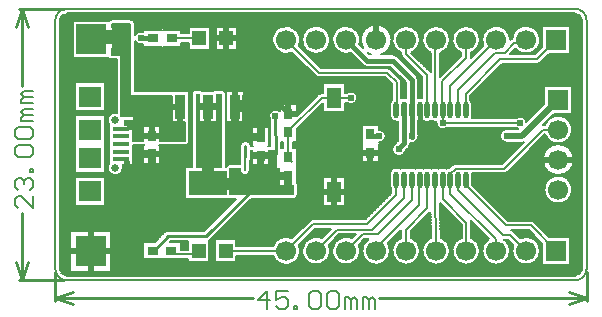
<source format=gtl>
G04*
G04 #@! TF.GenerationSoftware,Altium Limited,Altium Designer,21.2.2 (38)*
G04*
G04 Layer_Physical_Order=1*
G04 Layer_Color=255*
%FSLAX24Y24*%
%MOIN*%
G70*
G04*
G04 #@! TF.SameCoordinates,73095A83-B390-47B6-BD11-AEDCE0CE4F92*
G04*
G04*
G04 #@! TF.FilePolarity,Positive*
G04*
G01*
G75*
%ADD13C,0.0060*%
%ADD15C,0.0050*%
%ADD16C,0.0060*%
%ADD17C,0.0100*%
%ADD18R,0.0380X0.0315*%
%ADD19R,0.0450X0.0500*%
%ADD20O,0.0177X0.0551*%
%ADD21R,0.0315X0.0380*%
%ADD22R,0.0472X0.0709*%
%ADD23R,0.0335X0.0787*%
%ADD24R,0.1260X0.0787*%
%ADD25R,0.0551X0.0157*%
%ADD26R,0.0748X0.0709*%
%ADD41C,0.0200*%
%ADD42C,0.0150*%
%ADD43C,0.0250*%
%ADD44R,0.0410X0.0750*%
%ADD45R,0.0399X0.0337*%
%ADD46R,0.0290X0.0420*%
%ADD47R,0.0150X0.0390*%
%ADD48R,0.0430X0.0150*%
%ADD49R,0.0660X0.0470*%
%ADD50R,0.0200X0.0230*%
%ADD51R,0.0190X0.0220*%
%ADD52R,0.1000X0.1000*%
%ADD53R,0.0669X0.0669*%
%ADD54C,0.0669*%
%ADD55R,0.0669X0.0669*%
%ADD56C,0.0256*%
%ADD57C,0.0240*%
G36*
X5550Y3734D02*
X5205D01*
Y3365D01*
X5810D01*
Y3730D01*
X6193D01*
Y3670D01*
X6197Y3649D01*
X6200Y3627D01*
X6202Y3624D01*
X6202Y3621D01*
X6214Y3603D01*
X6226Y3584D01*
X6228Y3582D01*
X6230Y3580D01*
X6248Y3568D01*
X6266Y3555D01*
X6269Y3554D01*
X6271Y3552D01*
X6293Y3548D01*
X6314Y3543D01*
X6317Y3543D01*
X6320Y3543D01*
X6341Y3547D01*
X6363Y3550D01*
X6366Y3552D01*
X6369Y3552D01*
X6387Y3564D01*
X6406Y3576D01*
X6408Y3578D01*
X6410Y3580D01*
X6422Y3598D01*
X6435Y3616D01*
X6436Y3619D01*
X6438Y3621D01*
X6442Y3643D01*
X6447Y3664D01*
X6480Y4350D01*
X6593D01*
Y4285D01*
X6850D01*
X7107D01*
Y4350D01*
X7380D01*
Y3730D01*
X7503D01*
Y3600D01*
X7760D01*
Y3475D01*
X7885D01*
Y3185D01*
X7950D01*
Y2850D01*
X5810D01*
Y3115D01*
X5080D01*
Y3240D01*
X4955D01*
Y3734D01*
X4690D01*
Y6220D01*
X4813D01*
Y5915D01*
X5347D01*
Y6220D01*
X5550D01*
Y3734D01*
D02*
G37*
%LPC*%
G36*
X5347Y5665D02*
X5205D01*
Y5296D01*
X5347D01*
Y5665D01*
D02*
G37*
G36*
X4955D02*
X4813D01*
Y5296D01*
X4955D01*
Y5665D01*
D02*
G37*
G36*
X7107Y4035D02*
X6975D01*
Y3870D01*
X7107D01*
Y4035D01*
D02*
G37*
G36*
X6725D02*
X6593D01*
Y3870D01*
X6725D01*
Y4035D01*
D02*
G37*
G36*
X7635Y3350D02*
X7503D01*
Y3185D01*
X7635D01*
Y3350D01*
D02*
G37*
%LPD*%
D13*
X17557Y8665D02*
G03*
X17327Y8895I-234J-4D01*
G01*
X16165Y8016D02*
G03*
X15237Y8051I-465J0D01*
G01*
Y8051D02*
G03*
X15175Y8012I52J-151D01*
G01*
X15237Y8051D02*
G03*
X15175Y8012I52J-151D01*
G01*
X15339Y7723D02*
G03*
X16165Y8016I361J292D01*
G01*
X16054Y7210D02*
G03*
X16168Y7257I0J160D01*
G01*
X15165Y8016D02*
G03*
X14278Y7820I-465J0D01*
G01*
X14165Y8016D02*
G03*
X13540Y7580I-465J0D01*
G01*
X13860D02*
G03*
X14165Y8016I-160J436D01*
G01*
X16054Y7210D02*
G03*
X16167Y7257I0J160D01*
G01*
X17235Y5025D02*
G03*
X16334Y5185I-465J0D01*
G01*
X15708Y5288D02*
G03*
X15366Y5408I-206J-40D01*
G01*
Y5088D02*
G03*
X15433Y5050I136J160D01*
G01*
X13900Y5868D02*
G03*
X13842Y6017I-219J0D01*
G01*
X13882Y5408D02*
G03*
X13900Y5494I-201J86D01*
G01*
X12832Y7570D02*
G03*
X13165Y8016I-132J446D01*
G01*
D02*
G03*
X12512Y7591I-465J0D01*
G01*
X11872Y7584D02*
G03*
X12165Y8016I-172J432D01*
G01*
X11540Y7530D02*
G03*
X11587Y7417I160J0D01*
G01*
X11540Y7530D02*
G03*
X11587Y7417I160J0D01*
G01*
X10140Y7866D02*
G03*
X10165Y8016I-440J150D01*
G01*
X12165D02*
G03*
X11540Y7580I-465J0D01*
G01*
X10866Y7528D02*
G03*
X11215Y8016I-166J487D01*
G01*
X11395Y7468D02*
G03*
X11250Y7528I-145J-145D01*
G01*
X11395Y7468D02*
G03*
X11250Y7528I-145J-145D01*
G01*
X11215Y8016D02*
G03*
X10265Y7741I-515J0D01*
G01*
X10425Y7581D02*
G03*
X10534Y7528I275J435D01*
G01*
X10165Y8016D02*
G03*
X9850Y7576I-465J0D01*
G01*
X11166Y7037D02*
G03*
X11053Y7084I-113J-113D01*
G01*
X11166Y7037D02*
G03*
X11053Y7084I-113J-113D01*
G01*
X10247Y7179D02*
G03*
X10392Y7118I145J145D01*
G01*
X10247Y7179D02*
G03*
X10392Y7118I145J145D01*
G01*
X12090Y6688D02*
G03*
X12030Y6833I-205J0D01*
G01*
X12090Y6688D02*
G03*
X12030Y6833I-205J0D01*
G01*
X11540Y6597D02*
G03*
X11493Y6710I-160J0D01*
G01*
X11540Y6597D02*
G03*
X11493Y6710I-160J0D01*
G01*
X12530Y5317D02*
G03*
X12706Y5281I128J177D01*
G01*
X12274Y5317D02*
G03*
X12530Y5317I128J177D01*
G01*
X12095Y5282D02*
G03*
X12274Y5317I51J213D01*
G01*
X12240Y6066D02*
G03*
X12090Y6080I-94J-197D01*
G01*
X12706Y5281D02*
G03*
X13050Y5088I207J-33D01*
G01*
X12060Y4666D02*
G03*
X12117Y4809I-153J144D01*
G01*
D02*
G03*
X12095Y4902I-210J0D01*
G01*
X11680Y6082D02*
G03*
X11540Y6066I-46J-214D01*
G01*
X10070Y6080D02*
G03*
X9724Y6240I-210J0D01*
G01*
Y5920D02*
G03*
X10070Y6080I136J160D01*
G01*
X11160Y5494D02*
G03*
X11429Y5282I219J0D01*
G01*
X11220Y6019D02*
G03*
X11160Y5868I158J-151D01*
G01*
X10915Y4982D02*
G03*
X10793Y5022I-122J-165D01*
G01*
X11020Y4800D02*
G03*
X10915Y4982I-210J0D01*
G01*
X10915D02*
G03*
X10793Y5022I-122J-165D01*
G01*
X16335Y4863D02*
G03*
X17235Y5025I435J162D01*
G01*
X15565Y4590D02*
G03*
X15615Y4595I0J230D01*
G01*
X15565Y4590D02*
G03*
X15615Y4595I0J230D01*
G01*
X17285Y4025D02*
G03*
X17285Y4025I-515J0D01*
G01*
X17235Y3025D02*
G03*
X17235Y3025I-465J0D01*
G01*
X15050Y5050D02*
G03*
X15050Y4590I0J-230D01*
G01*
X14969Y3564D02*
G03*
X15082Y3611I0J160D01*
G01*
X14969Y3564D02*
G03*
X15082Y3610I0J160D01*
G01*
X15964Y1946D02*
G03*
X15851Y1993I-113J-113D01*
G01*
X15964Y1946D02*
G03*
X15851Y1993I-113J-113D01*
G01*
X17327Y160D02*
G03*
X17557Y390I-4J234D01*
G01*
X16165Y984D02*
G03*
X15505Y1406I-465J0D01*
G01*
X15278Y1633D02*
G03*
X15211Y1673I-113J-113D01*
G01*
X15277Y1633D02*
G03*
X15211Y1673I-113J-113D01*
G01*
X15278Y1180D02*
G03*
X16165Y984I422J-195D01*
G01*
X14455Y1379D02*
G03*
X15165Y984I245J-395D01*
G01*
D02*
G03*
X14973Y1360I-465J0D01*
G01*
X13348Y3884D02*
G03*
X13235Y3837I0J-160D01*
G01*
X13348Y3884D02*
G03*
X13235Y3837I0J-160D01*
G01*
X13162Y3764D02*
G03*
X13042Y3723I8J-218D01*
G01*
D02*
G03*
X12786Y3723I-128J-177D01*
G01*
X12786D02*
G03*
X12530Y3723I-128J-177D01*
G01*
D02*
G03*
X12274Y3723I-128J-177D01*
G01*
X11839Y4581D02*
G03*
X12060Y4666I51J199D01*
G01*
X12274Y3723D02*
G03*
X12018Y3723I-128J-177D01*
G01*
X13870Y1915D02*
G03*
X13857Y1977I-160J0D01*
G01*
X13870Y1915D02*
G03*
X13857Y1977I-160J0D01*
G01*
X11779Y4424D02*
G03*
X11839Y4569I-145J145D01*
G01*
X11779Y4424D02*
G03*
X11839Y4569I-145J145D01*
G01*
X11583Y4177D02*
G03*
X11699Y4344I-111J201D01*
G01*
X11261Y4484D02*
G03*
X11583Y4177I201J-112D01*
G01*
X11377Y4601D02*
G03*
X11261Y4484I95J-209D01*
G01*
X12018Y3723D02*
G03*
X11762Y3723I-128J-177D01*
G01*
X11762D02*
G03*
X11506Y3723I-128J-177D01*
G01*
D02*
G03*
X11160Y3546I-128J-177D01*
G01*
X10787Y4591D02*
G03*
X11020Y4800I23J209D01*
G01*
X11160Y3172D02*
G03*
X11196Y3051I219J0D01*
G01*
X14165Y984D02*
G03*
X13870Y1417I-465J0D01*
G01*
X13550Y1424D02*
G03*
X14165Y984I150J-440D01*
G01*
X13165D02*
G03*
X12850Y1424I-465J0D01*
G01*
X12530Y1417D02*
G03*
X13165Y984I170J-432D01*
G01*
X12165D02*
G03*
X11860Y1420I-465J0D01*
G01*
X11540D02*
G03*
X12165Y984I160J-436D01*
G01*
X11165D02*
G03*
X11088Y1240I-465J0D01*
G01*
X10439Y1369D02*
G03*
X11165Y984I261J-385D01*
G01*
X10165D02*
G03*
X10122Y1180I-465J0D01*
G01*
X9895Y1406D02*
G03*
X10165Y984I-195J-422D01*
G01*
X9165D02*
G03*
X9122Y1180I-465J0D01*
G01*
X8122Y7820D02*
G03*
X8165Y8016I-422J195D01*
G01*
X9165D02*
G03*
X9165Y8016I-465J0D01*
G01*
X8165D02*
G03*
X7895Y7594I-465J0D01*
G01*
X8679Y6811D02*
G03*
X8792Y6764I113J113D01*
G01*
X8679Y6811D02*
G03*
X8792Y6764I113J113D01*
G01*
X8883Y6240D02*
G03*
X8769Y6193I0J-160D01*
G01*
X8883Y6240D02*
G03*
X8769Y6193I0J-160D01*
G01*
X7483Y5634D02*
G03*
X7161Y5370I-143J-154D01*
G01*
X2665Y8540D02*
G03*
X2510Y8695I-155J0D01*
G01*
X1885D02*
G03*
X1787Y8660I0J-155D01*
G01*
X2665Y8540D02*
G03*
X2510Y8695I-155J0D01*
G01*
X1885D02*
G03*
X1787Y8660I0J-155D01*
G01*
X2665Y7981D02*
G03*
X2770Y7886I185J99D01*
G01*
D02*
G03*
X2860Y7865I90J184D01*
G01*
X2770Y7886D02*
G03*
X2860Y7865I90J184D01*
G01*
X2928Y8275D02*
G03*
X2665Y8179I-78J-195D01*
G01*
X1787Y7400D02*
G03*
X1885Y7365I98J120D01*
G01*
X1787Y7400D02*
G03*
X1885Y7365I98J120D01*
G01*
X390Y8895D02*
G03*
X160Y8665I4J-234D01*
G01*
X4475Y5271D02*
G03*
X4472Y5303I-155J0D01*
G01*
X4475Y5271D02*
G03*
X4472Y5303I-155J0D01*
G01*
X2048Y5590D02*
G03*
X1798Y5183I-41J-255D01*
G01*
X6515Y4490D02*
G03*
X6360Y4645I-155J0D01*
G01*
X6320D02*
G03*
X6165Y4490I0J-155D01*
G01*
X6515D02*
G03*
X6360Y4645I-155J0D01*
G01*
X6320D02*
G03*
X6165Y4490I0J-155D01*
G01*
X8596Y2040D02*
G03*
X8482Y1993I0J-160D01*
G01*
X8596Y2040D02*
G03*
X8483Y1993I0J-160D01*
G01*
X8895Y1406D02*
G03*
X9165Y984I-195J-422D01*
G01*
X7895Y1406D02*
G03*
X7264Y1144I-195J-422D01*
G01*
Y824D02*
G03*
X8165Y984I436J160D01*
G01*
D02*
G03*
X8122Y1180I-465J0D01*
G01*
X5135Y1323D02*
G03*
X5167Y1349I-95J153D01*
G01*
X5135Y1323D02*
G03*
X5167Y1349I-95J153D01*
G01*
X4320Y4495D02*
G03*
X4475Y4650I0J155D01*
G01*
X4320Y4495D02*
G03*
X4475Y4650I0J155D01*
G01*
X3463Y4500D02*
G03*
X3502Y4495I39J150D01*
G01*
X2938D02*
G03*
X2977Y4500I0J155D01*
G01*
X2938Y4495D02*
G03*
X2977Y4500I0J155D01*
G01*
X3463D02*
G03*
X3502Y4495I39J150D01*
G01*
X2264Y3760D02*
G03*
X2256Y3827I-258J0D01*
G01*
X1798Y3912D02*
G03*
X2264Y3760I209J-152D01*
G01*
X3768Y1656D02*
G03*
X3641Y1603I0J-180D01*
G01*
X3768Y1656D02*
G03*
X3641Y1603I0J-180D01*
G01*
X160Y390D02*
G03*
X390Y160I234J4D01*
G01*
X17165Y8300D02*
X17557D01*
X17165Y8200D02*
X17557D01*
X17165Y8250D02*
X17557D01*
X17165Y8450D02*
X17557D01*
X16235Y8480D02*
X17165D01*
Y8350D02*
X17557D01*
X17165Y8400D02*
X17557D01*
X17165Y8000D02*
X17557D01*
X17165Y8050D02*
X17557D01*
X17165Y7900D02*
X17557D01*
X17165Y7950D02*
X17557D01*
X17165Y8100D02*
X17557D01*
X17165Y8150D02*
X17557D01*
X16150Y7900D02*
X16235D01*
X16101Y8250D02*
X16235D01*
X16068Y8300D02*
X16235D01*
X16145Y8150D02*
X16235D01*
X16127Y8200D02*
X16235D01*
X15961Y8400D02*
X16235D01*
X15865Y8450D02*
X16235D01*
X16023Y8350D02*
X16235D01*
X16163Y8050D02*
X16235D01*
X16157Y8100D02*
X16235D01*
X16160Y7950D02*
X16235D01*
X16164Y8000D02*
X16235D01*
X15163Y8050D02*
X15235D01*
X17165Y7700D02*
X17557D01*
X17165Y7750D02*
X17557D01*
X17165Y7600D02*
X17557D01*
X17165Y7650D02*
X17557D01*
X17165Y7800D02*
X17557D01*
X17165Y7850D02*
X17557D01*
X17165Y7551D02*
Y8480D01*
X16168Y7257D02*
X16462Y7551D01*
X16461Y7550D02*
X17557D01*
X16462Y7551D02*
X17165D01*
X16361Y7450D02*
X17557D01*
X16411Y7500D02*
X17557D01*
X16261Y7350D02*
X17557D01*
X16311Y7400D02*
X17557D01*
X16211Y7300D02*
X17557D01*
X16112Y7800D02*
X16235D01*
X16134Y7850D02*
X16235D01*
Y7777D02*
Y8480D01*
X16081Y7750D02*
X16208D01*
X15315Y7700D02*
X15359D01*
X15988Y7530D02*
X16235Y7777D01*
X16041Y7700D02*
X16158D01*
X15987Y7650D02*
X16108D01*
X15907Y7600D02*
X16058D01*
X15215D02*
X15493D01*
X15265Y7650D02*
X15413D01*
X15165Y7550D02*
X16008D01*
X14865Y8450D02*
X15535D01*
X14961Y8400D02*
X15439D01*
X15023Y8350D02*
X15377D01*
X14068Y8300D02*
X14332D01*
X10874Y8500D02*
X17557D01*
X13865Y8450D02*
X14535D01*
X13961Y8400D02*
X14439D01*
X14023Y8350D02*
X14377D01*
X15101Y8250D02*
X15299D01*
X15127Y8200D02*
X15273D01*
X15145Y8150D02*
X15255D01*
X15157Y8100D02*
X15243D01*
X15068Y8300D02*
X15332D01*
X14101Y8250D02*
X14299D01*
X14127Y8200D02*
X14273D01*
X13068Y8300D02*
X13332D01*
X13101Y8250D02*
X13299D01*
X13127Y8200D02*
X13273D01*
X13145Y8150D02*
X13255D01*
X12865Y8450D02*
X13535D01*
X12961Y8400D02*
X13439D01*
X13023Y8350D02*
X13377D01*
X14157Y8100D02*
X14243D01*
X14163Y8050D02*
X14237D01*
X14160Y7950D02*
X14240D01*
X14164Y8000D02*
X14236D01*
X14145Y8150D02*
X14255D01*
X14150Y7900D02*
X14250D01*
X14134Y7850D02*
X14266D01*
X14112Y7800D02*
X14258D01*
X15145Y7530D02*
X15339Y7723D01*
X14081Y7750D02*
X14208D01*
X14041Y7700D02*
X14158D01*
X13859Y7401D02*
X14278Y7820D01*
X13987Y7650D02*
X14108D01*
X13907Y7600D02*
X14058D01*
X15145Y7530D02*
X15988D01*
X13860Y7450D02*
X13908D01*
X13860Y7550D02*
X14008D01*
X13860Y7500D02*
X13958D01*
X13860Y7422D02*
Y7580D01*
X13112Y7800D02*
X13288D01*
X13134Y7850D02*
X13266D01*
X13540Y7489D02*
Y7580D01*
X13081Y7750D02*
X13319D01*
X12987Y7650D02*
X13413D01*
X13041Y7700D02*
X13359D01*
X12907Y7600D02*
X13493D01*
X12832Y7450D02*
X13501D01*
X12832Y7400D02*
X13451D01*
X12832Y7350D02*
X13401D01*
X12832Y7300D02*
X13351D01*
X12832Y7500D02*
X13540D01*
X12832Y7550D02*
X13540D01*
X12832Y6780D02*
X13540Y7489D01*
X17235Y5900D02*
X17557D01*
X17235Y5950D02*
X17557D01*
X17235Y5800D02*
X17557D01*
X17235Y5850D02*
X17557D01*
X17235Y6100D02*
X17557D01*
X17235Y6150D02*
X17557D01*
X17235Y6000D02*
X17557D01*
X17235Y6050D02*
X17557D01*
X17235Y5700D02*
X17557D01*
X17235Y5750D02*
X17557D01*
X17235Y5600D02*
X17557D01*
X17235Y5650D02*
X17557D01*
X16570Y5500D02*
X17557D01*
X16620Y5550D02*
X17557D01*
X16958Y5450D02*
X17557D01*
X17235Y6400D02*
X17557D01*
X17235Y6450D02*
X17557D01*
X17235Y6350D02*
X17557D01*
X17235Y5560D02*
Y6490D01*
X16160Y7250D02*
X17557D01*
X16305Y6490D02*
X17235D01*
X16305Y5886D02*
Y6490D01*
X17235Y6250D02*
X17557D01*
X17235Y6300D02*
X17557D01*
X17235Y6200D02*
X17557D01*
X16631Y5560D02*
X17235D01*
X16520Y5450D02*
X16582D01*
X15560D02*
X15870D01*
X15647Y5400D02*
X15820D01*
X17234Y5050D02*
X17557D01*
X17229Y5100D02*
X17557D01*
X17229Y4950D02*
X17557D01*
X17234Y5000D02*
X17557D01*
X17177Y5250D02*
X17557D01*
X17145Y5300D02*
X17557D01*
X17218Y5150D02*
X17557D01*
X17200Y5200D02*
X17557D01*
X17200Y4850D02*
X17557D01*
X17218Y4900D02*
X17557D01*
X17145Y4750D02*
X17557D01*
X17177Y4800D02*
X17557D01*
X17044Y4650D02*
X17557D01*
X17102Y4700D02*
X17557D01*
X16958Y4600D02*
X17557D01*
X17102Y5350D02*
X17557D01*
X17044Y5400D02*
X17557D01*
X16254Y5184D02*
X16631Y5560D01*
X15685Y5350D02*
X15770D01*
X15708Y5288D02*
X16305Y5886D01*
X16320Y5250D02*
X16363D01*
X16270Y5200D02*
X16340D01*
X16272Y4800D02*
X16363D01*
X16270Y5185D02*
X16334D01*
X16172Y4700D02*
X16438D01*
X16222Y4750D02*
X16395D01*
X16122Y4650D02*
X16496D01*
X14849Y7150D02*
X17557D01*
X14899Y7200D02*
X17557D01*
X14749Y7050D02*
X17557D01*
X14799Y7100D02*
X17557D01*
X14649Y6950D02*
X17557D01*
X14699Y7000D02*
X17557D01*
X14549Y6850D02*
X17557D01*
X14599Y6900D02*
X17557D01*
X14449Y6750D02*
X17557D01*
X14499Y6800D02*
X17557D01*
X14349Y6650D02*
X17557D01*
X14399Y6700D02*
X17557D01*
X14249Y6550D02*
X17557D01*
X14299Y6600D02*
X17557D01*
X14199Y6500D02*
X17557D01*
X14149Y6450D02*
X16305D01*
X14909Y7210D02*
X16054D01*
X14049Y6350D02*
X16305D01*
X14099Y6400D02*
X16305D01*
X12832Y7250D02*
X13301D01*
X12832Y7200D02*
X13251D01*
X13842Y6142D02*
X14909Y7210D01*
X13949Y6250D02*
X16305D01*
X13999Y6300D02*
X16305D01*
X13849Y6150D02*
X16305D01*
X13899Y6200D02*
X16305D01*
X13842Y6050D02*
X16305D01*
X13842Y6100D02*
X16305D01*
X13842Y6017D02*
Y6142D01*
X13900Y5800D02*
X16220D01*
X13900Y5750D02*
X16170D01*
X13900Y5700D02*
X16120D01*
X13900Y5650D02*
X16070D01*
X13884Y5950D02*
X16305D01*
X13856Y6000D02*
X16305D01*
X13898Y5900D02*
X16305D01*
X13900Y5850D02*
X16270D01*
X13900Y5500D02*
X15920D01*
X15050Y5050D02*
X15433D01*
X15050D02*
X15433D01*
X13900Y5600D02*
X16020D01*
X13900Y5550D02*
X15970D01*
X13896Y5450D02*
X15443D01*
X13900Y5494D02*
Y5868D01*
X13882Y5408D02*
X15366D01*
X13050Y5088D02*
X15366D01*
X12983Y5050D02*
X15050D01*
X12095Y5000D02*
X14907D01*
X12096Y4900D02*
X14834D01*
X12113Y4850D02*
X14822D01*
X12108Y4750D02*
X14831D01*
X12117Y4800D02*
X14821D01*
X12095Y4950D02*
X14860D01*
X12086Y4700D02*
X14854D01*
X12049Y4650D02*
X14895D01*
X13157Y8100D02*
X13243D01*
X13163Y8050D02*
X13237D01*
X13164Y8000D02*
X13236D01*
X11865Y8450D02*
X12535D01*
X11961Y8400D02*
X12439D01*
X12023Y8350D02*
X12377D01*
X13150Y7900D02*
X13250D01*
X13160Y7950D02*
X13240D01*
X11987Y7650D02*
X12413D01*
X12041Y7700D02*
X12359D01*
X11906Y7550D02*
X12512D01*
X11907Y7600D02*
X12493D01*
X11956Y7500D02*
X12512D01*
X12145Y8150D02*
X12255D01*
X12157Y8100D02*
X12243D01*
X12163Y8050D02*
X12237D01*
X12164Y8000D02*
X12236D01*
X12068Y8300D02*
X12332D01*
X12101Y8250D02*
X12299D01*
X12127Y8200D02*
X12273D01*
X12150Y7900D02*
X12250D01*
X12160Y7950D02*
X12240D01*
X12112Y7800D02*
X12288D01*
X12134Y7850D02*
X12266D01*
X12081Y7750D02*
X12319D01*
X11540Y7530D02*
Y7580D01*
X11413Y7450D02*
X11561D01*
X12306Y7150D02*
X12512D01*
X12256Y7200D02*
X12512D01*
X12832Y6780D02*
Y7570D01*
X12512Y6945D02*
Y7591D01*
X12156Y7300D02*
X12512D01*
X12106Y7350D02*
X12512D01*
X11872Y7584D02*
X12512Y6945D01*
X12206Y7250D02*
X12512D01*
X12832Y7150D02*
X13201D01*
X12832Y7100D02*
X13151D01*
X12832Y7050D02*
X13101D01*
X12832Y7000D02*
X13051D01*
X12406Y7050D02*
X12512D01*
X12356Y7100D02*
X12512D01*
X12456Y7000D02*
X12512D01*
X12006Y7450D02*
X12512D01*
X12056Y7400D02*
X12512D01*
X11587Y7417D02*
X12240Y6764D01*
X11463Y7400D02*
X11604D01*
X11395Y7468D02*
X12030Y6833D01*
X11713Y7150D02*
X11854D01*
X11663Y7200D02*
X11804D01*
X11813Y7050D02*
X11954D01*
X11763Y7100D02*
X11904D01*
X11563Y7300D02*
X11704D01*
X11513Y7350D02*
X11654D01*
X11613Y7250D02*
X11754D01*
X10976Y8450D02*
X11535D01*
X11042Y8400D02*
X11439D01*
X11091Y8350D02*
X11377D01*
X9865Y8450D02*
X10424D01*
X9961Y8400D02*
X10358D01*
X10023Y8350D02*
X10309D01*
X10068Y8300D02*
X10271D01*
X11197Y8150D02*
X11255D01*
X11208Y8100D02*
X11243D01*
X11187Y7850D02*
X11266D01*
X11201Y7900D02*
X11250D01*
X11129Y8300D02*
X11332D01*
X11158Y8250D02*
X11299D01*
X11181Y8200D02*
X11273D01*
X10101Y8250D02*
X10242D01*
X10127Y8200D02*
X10219D01*
X10145Y8150D02*
X10203D01*
X10157Y8100D02*
X10192D01*
X9127Y8200D02*
X9273D01*
X9145Y8150D02*
X9255D01*
X9157Y8100D02*
X9243D01*
X9163Y8050D02*
X9237D01*
X9164Y8000D02*
X9236D01*
X10150Y7900D02*
X10199D01*
X9150D02*
X9250D01*
X9160Y7950D02*
X9240D01*
X9134Y7850D02*
X9266D01*
X11141Y7750D02*
X11319D01*
X11167Y7800D02*
X11288D01*
X11106Y7700D02*
X11359D01*
X11003Y7600D02*
X11493D01*
X11062Y7650D02*
X11413D01*
X10919Y7550D02*
X11540D01*
X11354Y7500D02*
X11543D01*
X11166Y7037D02*
X11493Y6710D01*
X10866Y7528D02*
X11250D01*
X11151Y7050D02*
X11233D01*
X11165Y7118D02*
X11680Y6603D01*
X10156Y7850D02*
X10213D01*
X10425Y7581D02*
X10477Y7528D01*
X10140Y7866D02*
X10265Y7741D01*
X9112Y7800D02*
X9288D01*
X10392Y7118D02*
X11165D01*
X10477Y7528D02*
X10534D01*
X9850Y7576D02*
X10247Y7179D01*
X12832Y6950D02*
X13001D01*
X12832Y6900D02*
X12951D01*
X12832Y6850D02*
X12901D01*
X12090Y6700D02*
X12240D01*
X12013Y6850D02*
X12154D01*
X11963Y6900D02*
X12104D01*
X12081Y6750D02*
X12240D01*
X12057Y6800D02*
X12204D01*
X12090Y6450D02*
X12240D01*
X12090Y6500D02*
X12240D01*
X12090Y6350D02*
X12240D01*
X12090Y6400D02*
X12240D01*
X12090Y6600D02*
X12240D01*
X12090Y6650D02*
X12240D01*
X12090Y6550D02*
X12240D01*
X11913Y6950D02*
X12054D01*
X11863Y7000D02*
X12004D01*
X11531Y6650D02*
X11633D01*
X11502Y6700D02*
X11583D01*
X11540Y6400D02*
X11680D01*
X11540Y6450D02*
X11680D01*
X11540Y6300D02*
X11680D01*
X11540Y6350D02*
X11680D01*
X11540Y6550D02*
X11680D01*
X11540Y6600D02*
X11680D01*
X11540Y6500D02*
X11680D01*
X12246Y5300D02*
X12302D01*
X12240Y6066D02*
Y6764D01*
X12090Y6100D02*
X12240D01*
X12090Y6150D02*
X12240D01*
X12095Y5250D02*
X12704D01*
X12502Y5300D02*
X12558D01*
X12095Y5200D02*
X12709D01*
X12095Y5100D02*
X12765D01*
X12095Y5150D02*
X12728D01*
X12095Y5050D02*
X12845D01*
X12090Y6250D02*
X12240D01*
X12090Y6300D02*
X12240D01*
X12090Y6080D02*
Y6688D01*
X11680Y6082D02*
Y6603D01*
X11540Y6200D02*
X11680D01*
X11540Y6250D02*
X11680D01*
X11540Y6066D02*
Y6597D01*
X12090Y6200D02*
X12240D01*
X12095Y4902D02*
X12095Y5282D01*
X11540Y6100D02*
X11680D01*
X11540Y6150D02*
X11680D01*
X11353Y6850D02*
X11433D01*
X11303Y6900D02*
X11383D01*
X11453Y6750D02*
X11533D01*
X11403Y6800D02*
X11483D01*
X11253Y6950D02*
X11333D01*
X11203Y7000D02*
X11283D01*
X11220Y6019D02*
Y6530D01*
X9656Y6400D02*
X11220D01*
X10058Y6150D02*
X11220D01*
X10032Y6200D02*
X11220D01*
X10068Y6050D02*
X11220D01*
X10069Y6100D02*
X11220D01*
X9656Y6300D02*
X11220D01*
X9656Y6350D02*
X11220D01*
X9983Y6250D02*
X11220D01*
X9656Y6450D02*
X11220D01*
X10987Y6764D02*
X11220Y6530D01*
X9656Y6250D02*
X9737D01*
X9656Y6500D02*
X11220D01*
X9656Y6550D02*
X11200D01*
X9656Y6240D02*
Y6564D01*
X10054Y6000D02*
X11204D01*
X10025Y5950D02*
X11176D01*
X9968Y5900D02*
X11162D01*
X9656Y5920D02*
X9724D01*
X9656Y6240D02*
X9724D01*
X9656Y5900D02*
X9752D01*
X10957Y4950D02*
X11429D01*
Y4654D02*
Y5282D01*
X10995Y4900D02*
X11429D01*
X10787Y5100D02*
X11429D01*
X10787Y5150D02*
X11429D01*
X10886Y5000D02*
X11429D01*
X10787Y5050D02*
X11429D01*
X11020Y4800D02*
X11429D01*
X11014Y4850D02*
X11429D01*
X11377Y4601D02*
X11429Y4654D01*
X11014Y4750D02*
X11429D01*
X10995Y4700D02*
X11429D01*
X10957Y4650D02*
X11426D01*
X10874Y4600D02*
X11374D01*
X9656Y5750D02*
X11160D01*
Y5494D02*
Y5868D01*
X9656Y5700D02*
X11160D01*
X9656Y5800D02*
X11160D01*
X9656Y5850D02*
X11160D01*
X9656Y5596D02*
Y5920D01*
X10787Y5022D02*
Y5190D01*
X9656Y5600D02*
X11160D01*
X9656Y5650D02*
X11160D01*
X10213Y5190D02*
X10787D01*
X17169Y4350D02*
X17557D01*
X17122Y4400D02*
X17557D01*
X17233Y4250D02*
X17557D01*
X17205Y4300D02*
X17557D01*
X16022Y4550D02*
X17557D01*
X17060Y4450D02*
X17557D01*
X16968Y4500D02*
X17557D01*
X17284Y4050D02*
X17557D01*
X17279Y4100D02*
X17557D01*
X17279Y3950D02*
X17557D01*
X17284Y4000D02*
X17557D01*
X17269Y4150D02*
X17557D01*
X17254Y4200D02*
X17557D01*
X16072Y4600D02*
X16582D01*
X15972Y4500D02*
X16572D01*
X15922Y4450D02*
X16480D01*
X15872Y4400D02*
X16418D01*
X15822Y4350D02*
X16371D01*
X15772Y4300D02*
X16335D01*
X15722Y4250D02*
X16307D01*
X15672Y4200D02*
X16286D01*
X15622Y4150D02*
X16271D01*
X15572Y4100D02*
X16261D01*
X15522Y4050D02*
X16256D01*
X15472Y4000D02*
X16256D01*
X17234Y3000D02*
X17557D01*
X17234Y3050D02*
X17557D01*
Y394D02*
Y8661D01*
X17229Y2950D02*
X17557D01*
X17200Y3200D02*
X17557D01*
X17177Y3250D02*
X17557D01*
X17229Y3100D02*
X17557D01*
X17218Y3150D02*
X17557D01*
X17200Y2850D02*
X17557D01*
X17218Y2900D02*
X17557D01*
X17145Y2750D02*
X17557D01*
X17177Y2800D02*
X17557D01*
X17044Y2650D02*
X17557D01*
X17102Y2700D02*
X17557D01*
X16958Y2600D02*
X17557D01*
X17254Y3850D02*
X17557D01*
X17269Y3900D02*
X17557D01*
X17205Y3750D02*
X17557D01*
X17233Y3800D02*
X17557D01*
X17122Y3650D02*
X17557D01*
X17169Y3700D02*
X17557D01*
X17044Y3400D02*
X17557D01*
X17060Y3600D02*
X17557D01*
X17145Y3300D02*
X17557D01*
X17102Y3350D02*
X17557D01*
X16958Y3450D02*
X17557D01*
X16968Y3550D02*
X17557D01*
X15422Y3950D02*
X16261D01*
X15050Y4590D02*
X15565D01*
X15082Y3611D02*
X16335Y4863D01*
X14903Y3884D02*
X15615Y4595D01*
X11838Y4550D02*
X15569D01*
X11827Y4500D02*
X15519D01*
X11801Y4450D02*
X15469D01*
X11756Y4400D02*
X15419D01*
X15322Y3850D02*
X16286D01*
X15372Y3900D02*
X16271D01*
X15222Y3750D02*
X16335D01*
X15272Y3800D02*
X16307D01*
X15122Y3650D02*
X16418D01*
X15172Y3700D02*
X16371D01*
X15071Y3600D02*
X16480D01*
X11988Y4600D02*
X14983D01*
X11706Y4350D02*
X15369D01*
X11688Y4300D02*
X15319D01*
X11663Y4250D02*
X15269D01*
X11618Y4200D02*
X15219D01*
X11521Y4150D02*
X15169D01*
X10787Y3950D02*
X14969D01*
X13770Y3884D02*
X14903D01*
X13899Y3564D02*
X14969D01*
X10787Y4100D02*
X15119D01*
X10787Y4050D02*
X15069D01*
X10787Y4000D02*
X15019D01*
X14379Y2700D02*
X16438D01*
X13900Y3350D02*
X16438D01*
X14479Y2600D02*
X16582D01*
X14429Y2650D02*
X16496D01*
X13900Y3500D02*
X17557D01*
X13900Y3550D02*
X16572D01*
X13900Y3450D02*
X16582D01*
X13900Y3400D02*
X16496D01*
X14729Y2350D02*
X17557D01*
X14679Y2400D02*
X17557D01*
X14829Y2250D02*
X17557D01*
X14779Y2300D02*
X17557D01*
X14579Y2500D02*
X17557D01*
X14529Y2550D02*
X17557D01*
X14629Y2450D02*
X17557D01*
X13929Y3150D02*
X16322D01*
X13979Y3100D02*
X16311D01*
X13900Y3179D02*
X15086Y1993D01*
X13900Y3300D02*
X16395D01*
X13900Y3250D02*
X16363D01*
X13900Y3200D02*
X16340D01*
X14229Y2850D02*
X16340D01*
X14179Y2900D02*
X16322D01*
X14329Y2750D02*
X16395D01*
X14279Y2800D02*
X16363D01*
X14079Y3000D02*
X16306D01*
X14029Y3050D02*
X16306D01*
X14129Y2950D02*
X16311D01*
X16311Y1600D02*
X17557D01*
X16261Y1650D02*
X17557D01*
X16411Y1500D02*
X17557D01*
X16361Y1550D02*
X17557D01*
X16111Y1800D02*
X17557D01*
X16061Y1850D02*
X17557D01*
X16211Y1700D02*
X17557D01*
X16161Y1750D02*
X17557D01*
X17165Y1250D02*
X17557D01*
X17165Y1300D02*
X17557D01*
X17165Y1150D02*
X17557D01*
X17165Y1200D02*
X17557D01*
X17165Y1400D02*
X17557D01*
X16461Y1450D02*
X17557D01*
X17165Y1350D02*
X17557D01*
X15960Y1950D02*
X17557D01*
X16011Y1900D02*
X17557D01*
X15964Y1946D02*
X16462Y1449D01*
X15411Y1500D02*
X15958D01*
X15785Y1673D02*
X16235Y1223D01*
X15461Y1450D02*
X16008D01*
X16462Y1449D02*
X17165D01*
X16081Y1250D02*
X16208D01*
X16134Y1150D02*
X16235D01*
X16112Y1200D02*
X16235D01*
X15987Y1350D02*
X16108D01*
X15907Y1400D02*
X16058D01*
X16041Y1300D02*
X16158D01*
X17165Y900D02*
X17557D01*
X17165Y950D02*
X17557D01*
X17165Y800D02*
X17557D01*
X17165Y850D02*
X17557D01*
X17165Y1050D02*
X17557D01*
X17165Y1100D02*
X17557D01*
X17165Y1000D02*
X17557D01*
X17165Y520D02*
Y1449D01*
Y600D02*
X17557D01*
X17165Y650D02*
X17557D01*
X17165Y550D02*
X17557D01*
X17165Y700D02*
X17557D01*
X17165Y750D02*
X17557D01*
X16235Y520D02*
X17165D01*
X16164Y1000D02*
X16235D01*
X16160Y1050D02*
X16235D01*
Y520D02*
Y1223D01*
X16163Y950D02*
X16235D01*
X16150Y1100D02*
X16235D01*
X16157Y900D02*
X16235D01*
X16127Y800D02*
X16235D01*
X16145Y850D02*
X16235D01*
X16068Y700D02*
X16235D01*
X16101Y750D02*
X16235D01*
X15961Y600D02*
X16235D01*
X16023Y650D02*
X16235D01*
X15865Y550D02*
X16235D01*
X15079Y2000D02*
X17557D01*
X15086Y1993D02*
X15851D01*
X14929Y2150D02*
X17557D01*
X14879Y2200D02*
X17557D01*
X15029Y2050D02*
X17557D01*
X14979Y2100D02*
X17557D01*
X15311Y1600D02*
X15858D01*
X15258Y1650D02*
X15808D01*
X15361Y1550D02*
X15908D01*
X15278Y1633D02*
X15505Y1406D01*
X15211Y1673D02*
X15785D01*
X15112Y1200D02*
X15258D01*
X15098Y1360D02*
X15278Y1180D01*
X13870Y1450D02*
X14384D01*
X13870Y1500D02*
X14334D01*
X14973Y1360D02*
X15098D01*
X13907Y1400D02*
X14434D01*
X13870Y1550D02*
X14284D01*
X13870Y1600D02*
X14234D01*
X13857Y1977D02*
X14455Y1379D01*
X15041Y1300D02*
X15158D01*
X14987Y1350D02*
X15108D01*
X15081Y1250D02*
X15208D01*
X14112Y1200D02*
X14288D01*
X13987Y1350D02*
X14413D01*
X14041Y1300D02*
X14359D01*
X14081Y1250D02*
X14319D01*
X15160Y1050D02*
X15240D01*
X15164Y1000D02*
X15236D01*
X15163Y950D02*
X15237D01*
X15134Y1150D02*
X15266D01*
X15150Y1100D02*
X15250D01*
X15157Y900D02*
X15243D01*
X15127Y800D02*
X15273D01*
X15145Y850D02*
X15255D01*
X15068Y700D02*
X15332D01*
X15101Y750D02*
X15299D01*
X14961Y600D02*
X15439D01*
X15023Y650D02*
X15377D01*
X14865Y550D02*
X15535D01*
X14160Y1050D02*
X14240D01*
X14164Y1000D02*
X14236D01*
X14163Y950D02*
X14237D01*
X14134Y1150D02*
X14266D01*
X14150Y1100D02*
X14250D01*
X14157Y900D02*
X14243D01*
X14127Y800D02*
X14273D01*
X14145Y850D02*
X14255D01*
X14068Y700D02*
X14332D01*
X14101Y750D02*
X14299D01*
X13961Y600D02*
X14439D01*
X14023Y650D02*
X14377D01*
X13865Y550D02*
X14535D01*
X13348Y3884D02*
X13756D01*
X13900Y3179D02*
Y3546D01*
X13162Y3764D02*
X13235Y3837D01*
X12991Y3750D02*
X13092D01*
X12834Y2150D02*
X13248D01*
X12832Y2200D02*
X13198D01*
X12836Y2050D02*
X13348D01*
X12835Y2100D02*
X13298D01*
X12830Y2300D02*
X13098D01*
X12829Y2350D02*
X13048D01*
X12831Y2250D02*
X13148D01*
X12735Y3750D02*
X12836D01*
X12479D02*
X12581D01*
X11968D02*
X12069D01*
X12224D02*
X12325D01*
X12827Y2450D02*
X12948D01*
X12826Y2500D02*
X12898D01*
X12828Y2400D02*
X12998D01*
X12432Y2200D02*
X12512D01*
X12332Y2100D02*
X12515D01*
X12382Y2150D02*
X12513D01*
X12282Y2050D02*
X12516D01*
X13870Y1900D02*
X13934D01*
X13870Y1850D02*
X13984D01*
X13870Y1417D02*
Y1915D01*
X12824Y2574D02*
X13550Y1848D01*
Y1424D02*
Y1848D01*
X12842Y1800D02*
X13550D01*
X13870Y1750D02*
X14084D01*
X13870Y1800D02*
X14034D01*
X13870Y1650D02*
X14184D01*
X13870Y1700D02*
X14134D01*
X12844D02*
X13550D01*
X12843Y1750D02*
X13550D01*
X12845Y1650D02*
X13550D01*
X12838Y1950D02*
X13448D01*
X12837Y2000D02*
X13398D01*
X12824Y2574D02*
X12850Y1424D01*
X12511Y2279D02*
X12530Y1417D01*
X12182Y1950D02*
X12518D01*
X12232Y2000D02*
X12517D01*
X11860Y1628D02*
X12511Y2279D01*
X12839Y1900D02*
X13498D01*
X12132D02*
X12519D01*
X12840Y1850D02*
X13548D01*
X12082D02*
X12520D01*
X11982Y1750D02*
X12523D01*
X12032Y1800D02*
X12521D01*
X11932Y1700D02*
X12524D01*
X11699Y4344D02*
X11779Y4424D01*
X10787Y4550D02*
X11305D01*
X10787Y4500D02*
X11269D01*
X11712Y3750D02*
X11813D01*
X11456D02*
X11557D01*
X10787Y4150D02*
X11404D01*
X10787Y4200D02*
X11310D01*
X10787Y4450D02*
X11246D01*
X10787Y4400D02*
X11234D01*
X10787Y4350D02*
X11233D01*
X10787Y3930D02*
Y4550D01*
X10213Y4570D02*
Y5190D01*
Y3930D02*
Y4550D01*
X10787Y4250D02*
X11268D01*
X10787Y4300D02*
X11244D01*
X10213Y3930D02*
X10787D01*
X9664Y3400D02*
X11160D01*
Y3172D02*
Y3546D01*
X11196Y2896D02*
Y3051D01*
X9664Y3050D02*
X11196D01*
X9664Y3200D02*
X11160D01*
X9664Y3250D02*
X11160D01*
X9664Y3100D02*
X11172D01*
X9664Y3150D02*
X11161D01*
X11498Y1650D02*
X11540D01*
X10340Y2040D02*
X11196Y2896D01*
X11088Y1240D02*
X11540Y1692D01*
Y1420D02*
Y1692D01*
X9664Y2950D02*
X11196D01*
X9664Y3000D02*
X11196D01*
X9664Y2900D02*
X11196D01*
X9664Y3300D02*
X11160D01*
X9664Y3350D02*
X11160D01*
X9664Y2850D02*
X11150D01*
X9664Y2473D02*
Y3441D01*
Y2650D02*
X10950D01*
X9664Y2600D02*
X10900D01*
X9664Y2550D02*
X10850D01*
X9664Y2500D02*
X10800D01*
X9664Y2800D02*
X11100D01*
X9664Y2750D02*
X11050D01*
X9664Y2700D02*
X11000D01*
X12847Y1550D02*
X13550D01*
X12846Y1600D02*
X13550D01*
X12849Y1450D02*
X13550D01*
X12848Y1500D02*
X13550D01*
X11860Y1550D02*
X12527D01*
X11860Y1600D02*
X12526D01*
X11860Y1450D02*
X12529D01*
X11860Y1500D02*
X12528D01*
X13081Y1250D02*
X13319D01*
X13112Y1200D02*
X13288D01*
X13134Y1150D02*
X13266D01*
X13150Y1100D02*
X13250D01*
X12907Y1400D02*
X13493D01*
X12987Y1350D02*
X13413D01*
X13041Y1300D02*
X13359D01*
X11882Y1650D02*
X12525D01*
X11448Y1600D02*
X11540D01*
X11907Y1400D02*
X12493D01*
X11860Y1420D02*
Y1628D01*
X11348Y1500D02*
X11540D01*
X11398Y1550D02*
X11540D01*
X11298Y1450D02*
X11540D01*
X11248Y1400D02*
X11493D01*
X12081Y1250D02*
X12319D01*
X12112Y1200D02*
X12288D01*
X12134Y1150D02*
X12266D01*
X12150Y1100D02*
X12250D01*
X11987Y1350D02*
X12413D01*
X11198D02*
X11413D01*
X12041Y1300D02*
X12359D01*
X13164Y1000D02*
X13236D01*
X13163Y950D02*
X13237D01*
X13160Y1050D02*
X13240D01*
X13157Y900D02*
X13243D01*
X13127Y800D02*
X13273D01*
X13145Y850D02*
X13255D01*
X13068Y700D02*
X13332D01*
X13101Y750D02*
X13299D01*
X12961Y600D02*
X13439D01*
X13023Y650D02*
X13377D01*
X12865Y550D02*
X13535D01*
X12160Y1050D02*
X12240D01*
X12164Y1000D02*
X12236D01*
X12157Y900D02*
X12243D01*
X12163Y950D02*
X12237D01*
X11164Y1000D02*
X11236D01*
X12127Y800D02*
X12273D01*
X12145Y850D02*
X12255D01*
X12068Y700D02*
X12332D01*
X12101Y750D02*
X12299D01*
X11961Y600D02*
X12439D01*
X12023Y650D02*
X12377D01*
X11865Y550D02*
X12535D01*
X10311Y1369D02*
X10439D01*
X10292Y1350D02*
X10413D01*
X11148Y1300D02*
X11359D01*
X11098Y1250D02*
X11319D01*
X10242Y1300D02*
X10359D01*
X10192Y1250D02*
X10319D01*
X10122Y1180D02*
X10311Y1369D01*
X10142Y1200D02*
X10288D01*
X11112D02*
X11288D01*
X11134Y1150D02*
X11266D01*
X11150Y1100D02*
X11250D01*
X11160Y1050D02*
X11240D01*
X10134Y1150D02*
X10266D01*
X10150Y1100D02*
X10250D01*
X10160Y1050D02*
X10240D01*
X9470Y1528D02*
X10017D01*
X9442Y1500D02*
X9989D01*
X9895Y1406D02*
X10017Y1528D01*
X9392Y1450D02*
X9939D01*
X9342Y1400D02*
X9493D01*
X9292Y1350D02*
X9413D01*
X9122Y1180D02*
X9470Y1528D01*
X9242Y1300D02*
X9359D01*
X9192Y1250D02*
X9319D01*
X9160Y1050D02*
X9240D01*
X9164Y1000D02*
X9236D01*
X9142Y1200D02*
X9288D01*
X9134Y1150D02*
X9266D01*
X9150Y1100D02*
X9250D01*
X11157Y900D02*
X11243D01*
X11163Y950D02*
X11237D01*
X11127Y800D02*
X11273D01*
X11145Y850D02*
X11255D01*
X11101Y750D02*
X11299D01*
X10068Y700D02*
X10332D01*
X11023Y650D02*
X11377D01*
X11068Y700D02*
X11332D01*
X10865Y550D02*
X11535D01*
X10961Y600D02*
X11439D01*
X9961D02*
X10439D01*
X10023Y650D02*
X10377D01*
X9865Y550D02*
X10535D01*
X10164Y1000D02*
X10236D01*
X10163Y950D02*
X10237D01*
X9163D02*
X9237D01*
X9157Y900D02*
X9243D01*
X10145Y850D02*
X10255D01*
X10157Y900D02*
X10243D01*
X10101Y750D02*
X10299D01*
X10127Y800D02*
X10273D01*
X9127D02*
X9273D01*
X9145Y850D02*
X9255D01*
X9101Y750D02*
X9299D01*
X8865Y8450D02*
X9535D01*
X8961Y8400D02*
X9439D01*
X9023Y8350D02*
X9377D01*
X9068Y8300D02*
X9332D01*
X7865Y8450D02*
X8535D01*
X7961Y8400D02*
X8439D01*
X8023Y8350D02*
X8377D01*
X8068Y8300D02*
X8332D01*
X9101Y8250D02*
X9299D01*
X8145Y8150D02*
X8255D01*
X8150Y7900D02*
X8250D01*
X8157Y8100D02*
X8243D01*
X8101Y8250D02*
X8299D01*
X8127Y8200D02*
X8273D01*
X8134Y7850D02*
X8266D01*
X6055Y8150D02*
X7255D01*
X6055Y8100D02*
X7243D01*
X8163Y8050D02*
X8237D01*
X6055D02*
X7237D01*
X6055Y8400D02*
X7439D01*
X6055Y8350D02*
X7377D01*
X6055Y8300D02*
X7332D01*
X6055Y8200D02*
X7273D01*
X8160Y7950D02*
X8240D01*
X8164Y8000D02*
X8236D01*
X6055Y7800D02*
X7288D01*
X6055Y7900D02*
X7250D01*
X6055Y8000D02*
X7236D01*
X6055Y7850D02*
X7266D01*
X8987Y7650D02*
X9413D01*
X9041Y7700D02*
X9359D01*
X8592Y7350D02*
X10076D01*
X8907Y7600D02*
X9493D01*
X8442Y7500D02*
X9926D01*
X8392Y7550D02*
X9876D01*
X8542Y7400D02*
X10026D01*
X8492Y7450D02*
X9976D01*
X8842Y7100D02*
X11183D01*
X8792Y7150D02*
X10283D01*
X8858Y7084D02*
X11053D01*
X8792Y6764D02*
X10987D01*
X8692Y7250D02*
X10176D01*
X8642Y7300D02*
X10126D01*
X8742Y7200D02*
X10226D01*
X8192Y7750D02*
X8319D01*
X8142Y7800D02*
X8288D01*
X9081Y7750D02*
X9319D01*
X6055D02*
X7319D01*
X8122Y7820D02*
X8858Y7084D01*
X8342Y7600D02*
X8493D01*
X8292Y7650D02*
X8413D01*
X8242Y7700D02*
X8359D01*
X6055D02*
X7359D01*
X7895Y7594D02*
X8679Y6811D01*
X2619Y8650D02*
X17557D01*
X394Y8895D02*
X17323D01*
X2665Y8550D02*
X17557D01*
X2653Y8600D02*
X17557D01*
X205Y8800D02*
X17511D01*
X256Y8850D02*
X17461D01*
X163Y8700D02*
X17553D01*
X177Y8750D02*
X17539D01*
X6055Y8450D02*
X7535D01*
X6055Y8250D02*
X7299D01*
X6055Y7950D02*
X7240D01*
X2665Y8500D02*
X10526D01*
X5345Y8450D02*
X6055D01*
X5345D02*
X6055D01*
X5155Y8250D02*
X5345D01*
X5155Y8300D02*
X5345D01*
X5155Y8200D02*
X5345D01*
X5155Y8400D02*
X5345D01*
X5155Y8450D02*
X5345D01*
X5155Y8350D02*
X5345D01*
X5155Y8000D02*
X5345D01*
X5155Y7900D02*
X5345D01*
X5155Y7950D02*
X5345D01*
X5155Y8100D02*
X5345D01*
X5155Y8150D02*
X5345D01*
X5155Y8050D02*
X5345D01*
X2665Y7100D02*
X8389D01*
X2665Y7150D02*
X8339D01*
X2665Y7000D02*
X8489D01*
X2665Y7050D02*
X8439D01*
X2665Y7300D02*
X8189D01*
X2665Y7350D02*
X8139D01*
X2665Y7200D02*
X8289D01*
X2665Y7250D02*
X8239D01*
X2665Y6750D02*
X11000D01*
X2665Y6800D02*
X8691D01*
X2665Y6650D02*
X11100D01*
X2665Y6700D02*
X11050D01*
X2665Y6900D02*
X8589D01*
X2665Y6950D02*
X8539D01*
X2665Y6850D02*
X8639D01*
X5345Y7690D02*
Y8450D01*
X5155Y7700D02*
X5345D01*
X6055Y7690D02*
Y8450D01*
X5155Y7800D02*
X5345D01*
X5155Y7850D02*
X5345D01*
X5155Y7750D02*
X5345D01*
X2665Y7500D02*
X7989D01*
X5345Y7690D02*
X6055D01*
X2665Y7400D02*
X8089D01*
X2665Y7450D02*
X8039D01*
X2665Y7600D02*
X7493D01*
X2665Y7650D02*
X7413D01*
X2665Y7550D02*
X7939D01*
X8924Y6564D02*
X9656D01*
X8883Y6240D02*
X8924D01*
Y5596D02*
Y5895D01*
Y6240D02*
Y6564D01*
X8879Y5850D02*
X8924D01*
X8779Y5750D02*
X8924D01*
X8829Y5800D02*
X8924D01*
X8679Y5650D02*
X8924D01*
X8729Y5700D02*
X8924D01*
Y5596D02*
X9656D01*
X8629Y5600D02*
X8924D01*
X8529Y5500D02*
X11160D01*
X8579Y5550D02*
X11160D01*
X8479Y5450D02*
X11164D01*
X8057Y5850D02*
X8426D01*
X8057Y5481D02*
X8769Y6193D01*
X8057Y5481D02*
Y5875D01*
X7483D02*
X8057D01*
X6283Y5800D02*
X7483D01*
Y5634D02*
Y5875D01*
X8057Y5700D02*
X8276D01*
X8057Y5650D02*
X8226D01*
X8057Y5600D02*
X8176D01*
X8057Y5550D02*
X8126D01*
X8057Y5800D02*
X8376D01*
X8057Y5750D02*
X8326D01*
X8379Y5350D02*
X11214D01*
X8429Y5400D02*
X11181D01*
X8279Y5250D02*
X11429D01*
X8329Y5300D02*
X11279D01*
X8229Y5200D02*
X11429D01*
X8079Y5050D02*
X10213D01*
X8057Y4950D02*
X10213D01*
X8057Y5000D02*
X10213D01*
X8057Y4750D02*
X10213D01*
X8057Y4800D02*
X10213D01*
X8057Y4650D02*
X10213D01*
X8057Y4700D02*
X10213D01*
X8057Y4850D02*
X10213D01*
X8057Y4900D02*
X10213D01*
X7930Y4600D02*
X10213D01*
X8179Y5150D02*
X10213D01*
X8129Y5100D02*
X10213D01*
X8057Y5029D02*
X8924Y5895D01*
X6563Y5100D02*
X7137D01*
X6563Y5100D02*
X7137D01*
X7930Y4615D02*
X8057D01*
X7527D02*
X7610D01*
X8057D02*
Y5029D01*
X7527Y4600D02*
X7610D01*
X6320Y4645D02*
X6360D01*
X6469Y4600D02*
X6563D01*
X5563Y6350D02*
X8924D01*
X2665Y6400D02*
X8924D01*
X6283Y6250D02*
X8924D01*
X6283Y6300D02*
X8924D01*
X2665Y6600D02*
X11150D01*
X2665Y6550D02*
X8924D01*
X2665Y6450D02*
X8924D01*
X2665Y6500D02*
X8924D01*
X6283Y6050D02*
X8626D01*
X6283Y6000D02*
X8576D01*
X6283Y5950D02*
X8526D01*
X6283Y5900D02*
X8476D01*
X6283Y6200D02*
X8777D01*
X6283Y6150D02*
X8726D01*
X6283Y6100D02*
X8676D01*
X5335Y6350D02*
X5563D01*
X5347Y6353D02*
X5550D01*
X5601Y6342D02*
X5644Y6314D01*
X5550Y6353D02*
X5601Y6342D01*
X5297D02*
X5347Y6353D01*
X4825Y6350D02*
X5335D01*
X5254Y6314D02*
X5297Y6342D01*
X5688Y6314D02*
X6283D01*
X5672Y6271D02*
X5683Y6220D01*
X6283Y5750D02*
X7483D01*
X6283Y5850D02*
X7483D01*
X5653Y6300D02*
X5688D01*
X4906Y6314D02*
X5254D01*
X5644Y6314D02*
X5672Y6271D01*
X6283Y5450D02*
X7132D01*
X6283Y5500D02*
X7131D01*
X6283Y5350D02*
X7161D01*
X6283Y5400D02*
X7146D01*
X6283Y5700D02*
X7483D01*
X6283Y5650D02*
X7217D01*
X6283Y5600D02*
X7168D01*
X6283Y5550D02*
X7142D01*
X6283Y5300D02*
X7161D01*
X5683Y4750D02*
X6563D01*
X5683Y4650D02*
X6563D01*
X5683Y4700D02*
X6563D01*
X5683Y5200D02*
X7162D01*
X5683Y5250D02*
X7162D01*
X5683Y5150D02*
X7163D01*
X6283Y5266D02*
Y6314D01*
X5688Y5266D02*
X6283D01*
X5688D02*
Y6314D01*
X5683Y5100D02*
X6563D01*
X5683Y4850D02*
X6563D01*
X5683Y4900D02*
X6563D01*
X5683Y4800D02*
X6563D01*
X5683Y4600D02*
X6211D01*
X5683Y5000D02*
X6563D01*
X5683Y5050D02*
X6563D01*
X5683Y4950D02*
X6563D01*
X4445Y8450D02*
X5155D01*
X4445D02*
X5155D01*
X4445Y8230D02*
Y8450D01*
X4200Y8230D02*
Y8357D01*
X2665Y8400D02*
X4445D01*
X2665Y8450D02*
X4445D01*
X3580Y8357D02*
X4200D01*
X2940D02*
X3560D01*
X4200Y8230D02*
X4445D01*
X4200Y8250D02*
X4445D01*
X4200Y7900D02*
X4445D01*
X4200Y7910D02*
X4445D01*
X4200Y8300D02*
X4445D01*
X4200Y8350D02*
X4445D01*
X2860Y7865D02*
X2940D01*
X2665Y8350D02*
X2940D01*
Y8275D02*
Y8357D01*
X2665Y8179D02*
Y8540D01*
X1885Y8695D02*
X2510D01*
X2665Y7900D02*
X2742D01*
X2665Y8300D02*
X2940D01*
X2665Y8250D02*
X2727D01*
X4445Y7690D02*
X5155D01*
X4445D02*
Y7910D01*
X5155Y7690D02*
Y8450D01*
X4639Y6342D02*
X4690Y6353D01*
X4200Y7800D02*
X4445D01*
X4200Y7850D02*
X4445D01*
X2665Y7700D02*
X4445D01*
X2665Y7750D02*
X4445D01*
X4677Y6350D02*
X4825D01*
X4690Y6353D02*
X4813D01*
X4863Y6342D02*
X4906Y6314D01*
X4813Y6353D02*
X4863Y6342D01*
X2665Y6350D02*
X4677D01*
X4596Y6314D02*
X4639Y6342D01*
X4568Y6271D02*
X4596Y6314D01*
X2940Y7783D02*
X3560D01*
X2940D02*
Y7865D01*
X4200Y7783D02*
Y7910D01*
X3580Y7783D02*
X4200D01*
X2665Y7800D02*
X2940D01*
X2665Y7850D02*
X2940D01*
X2665Y6305D02*
Y7981D01*
X2046Y7365D02*
X2048Y5590D01*
X1885Y7365D02*
X2046D01*
X1664Y6400D02*
X2047D01*
X1664Y6450D02*
X2047D01*
X1664Y6350D02*
X2047D01*
X580Y8660D02*
X1787D01*
X160Y7800D02*
X580D01*
X160Y7700D02*
X580D01*
X160Y7750D02*
X580D01*
X160Y7950D02*
X580D01*
X160Y8000D02*
X580D01*
X160Y7850D02*
X580D01*
X160Y7900D02*
X580D01*
X160Y7450D02*
X580D01*
X160Y7500D02*
X580D01*
Y7400D02*
X1787D01*
X160D02*
X580D01*
X160Y7600D02*
X580D01*
X160Y7650D02*
X580D01*
X160Y7550D02*
X580D01*
X160Y8500D02*
X580D01*
X160Y8550D02*
X580D01*
X160Y8400D02*
X580D01*
X160Y8450D02*
X580D01*
X160Y8650D02*
X580D01*
X160Y8600D02*
X580D01*
X160Y8150D02*
X580D01*
X160Y8200D02*
X580D01*
X160Y8050D02*
X580D01*
X160Y8100D02*
X580D01*
X160Y8300D02*
X580D01*
X160Y8350D02*
X580D01*
X160Y8250D02*
X580D01*
X160Y6950D02*
X2047D01*
X160Y7000D02*
X2046D01*
X160Y6850D02*
X2047D01*
X160Y6900D02*
X2047D01*
X160Y7150D02*
X2046D01*
X160Y7200D02*
X2046D01*
X160Y7050D02*
X2046D01*
X160Y7100D02*
X2046D01*
X1664Y6600D02*
X2047D01*
X160Y6650D02*
X2047D01*
X1664Y6500D02*
X2047D01*
X1664Y6550D02*
X2047D01*
X160Y6750D02*
X2047D01*
X160Y6800D02*
X2047D01*
X160Y6700D02*
X2047D01*
X580Y7400D02*
X1787D01*
X580D02*
Y8660D01*
X656Y6607D02*
X1664D01*
X656Y5638D02*
Y6607D01*
X160Y7300D02*
X2046D01*
X160Y7350D02*
X2046D01*
X160Y7250D02*
X2046D01*
X160Y6400D02*
X656D01*
X160Y6450D02*
X656D01*
X1664Y5638D02*
Y6607D01*
X160Y6350D02*
X656D01*
X160Y6550D02*
X656D01*
X160Y6600D02*
X656D01*
X160Y6500D02*
X656D01*
X4557Y6220D02*
X4568Y6271D01*
X4472Y5750D02*
X4557D01*
X4472Y5650D02*
X4557D01*
X4472Y5700D02*
X4557D01*
X4472Y6300D02*
X4587D01*
X4472Y6250D02*
X4563D01*
X4472Y5800D02*
X4557D01*
X4472Y5850D02*
X4557D01*
X4472Y5400D02*
X4557D01*
X4472Y5450D02*
X4557D01*
X4472Y5300D02*
X4557D01*
X4472Y5350D02*
X4557D01*
X4472Y5550D02*
X4557D01*
X4472Y5600D02*
X4557D01*
X4472Y5500D02*
X4557D01*
X4472Y6100D02*
X4557D01*
X4472Y6150D02*
X4557D01*
X4472Y6000D02*
X4557D01*
X4472Y6050D02*
X4557D01*
X3877Y6314D02*
X4472D01*
X2665Y6305D02*
X3877D01*
X4472Y6200D02*
X4557D01*
X4472Y5303D02*
Y6314D01*
Y5900D02*
X4557D01*
X4472Y5950D02*
X4557D01*
X1664Y5300D02*
X1751D01*
X1664Y5350D02*
X1749D01*
X1664Y5650D02*
X2048D01*
X1664Y5900D02*
X2048D01*
X1664Y5400D02*
X1757D01*
X4475Y5050D02*
X4557D01*
X4475Y5100D02*
X4557D01*
X4475Y4950D02*
X4557D01*
X4475Y5000D02*
X4557D01*
X4475Y5200D02*
X4557D01*
X4475Y5250D02*
X4557D01*
X4475Y5150D02*
X4557D01*
X4475Y4650D02*
Y5271D01*
Y4750D02*
X4557D01*
X4475Y4800D02*
X4557D01*
X4475Y4650D02*
X4557D01*
X4475Y4700D02*
X4557D01*
X4475Y4850D02*
X4557D01*
X4475Y4900D02*
X4557D01*
X4467Y4600D02*
X4557D01*
X1798Y5012D02*
Y5183D01*
X1664Y5200D02*
X1787D01*
X1664Y5250D02*
X1763D01*
X1664Y5150D02*
X1798D01*
Y4851D02*
Y5012D01*
X1664Y4950D02*
X1798D01*
Y4756D02*
Y4851D01*
Y5012D01*
X1664Y5050D02*
X1798D01*
X1664Y5100D02*
X1798D01*
X1664Y5000D02*
X1798D01*
X1664Y6050D02*
X2047D01*
X1664Y6100D02*
X2047D01*
X1664Y5950D02*
X2047D01*
X1664Y6000D02*
X2047D01*
X1664Y6250D02*
X2047D01*
X1664Y6300D02*
X2047D01*
X1664Y6150D02*
X2047D01*
X1664Y6200D02*
X2047D01*
X1664Y5800D02*
X2048D01*
X1664Y5850D02*
X2048D01*
X1664Y5700D02*
X2048D01*
X1664Y5750D02*
X2048D01*
X160Y5600D02*
X2048D01*
X656Y5638D02*
X1664D01*
X160Y5550D02*
X1864D01*
X160Y6100D02*
X656D01*
X160Y6150D02*
X656D01*
X160Y6000D02*
X656D01*
X160Y6050D02*
X656D01*
X160Y6250D02*
X656D01*
X160Y6300D02*
X656D01*
X160Y6200D02*
X656D01*
X160Y5750D02*
X656D01*
X160Y5800D02*
X656D01*
X160Y5650D02*
X656D01*
X160Y5700D02*
X656D01*
X160Y5900D02*
X656D01*
X160Y5950D02*
X656D01*
X160Y5850D02*
X656D01*
X1664Y4900D02*
X1798D01*
X1664Y5450D02*
X1776D01*
X1664Y4800D02*
X1798D01*
X1664Y4850D02*
X1798D01*
X1664Y5500D02*
X1808D01*
X656Y5504D02*
X1664D01*
X160Y4750D02*
X656D01*
X160Y4800D02*
X656D01*
X1664Y4700D02*
X1798D01*
X1664Y4750D02*
X1798D01*
X1664Y4600D02*
X1798D01*
X1664Y4650D02*
X1798D01*
X160D02*
X656D01*
X160Y4700D02*
X656D01*
X160Y4600D02*
X656D01*
X160Y5300D02*
X656D01*
X160Y5350D02*
X656D01*
X160Y5200D02*
X656D01*
X160Y5250D02*
X656D01*
X160Y5450D02*
X656D01*
X160Y5500D02*
X656D01*
X160Y5400D02*
X656D01*
X160Y4950D02*
X656D01*
X160Y5000D02*
X656D01*
X160Y4850D02*
X656D01*
X160Y4900D02*
X656D01*
X160Y5100D02*
X656D01*
X160Y5150D02*
X656D01*
X160Y5050D02*
X656D01*
X8047Y4050D02*
X10213D01*
X8047Y4100D02*
X10213D01*
X8047Y3950D02*
X10213D01*
X8047Y4000D02*
X10213D01*
X8047Y4250D02*
X10213D01*
X8047Y4300D02*
X10213D01*
X8047Y4150D02*
X10213D01*
X8047Y4200D02*
X10213D01*
X8047Y3750D02*
X11301D01*
X8047Y3700D02*
X11224D01*
X8047Y3650D02*
X11186D01*
X8047Y3600D02*
X11167D01*
X8047Y3900D02*
X14919D01*
X8047Y3850D02*
X13250D01*
X8047Y3800D02*
X13198D01*
X7930Y4500D02*
X10213D01*
X7930Y4550D02*
X10213D01*
X7930Y4415D02*
Y4615D01*
X7610Y4415D02*
Y4615D01*
X7528Y4500D02*
X7610D01*
X7527Y4550D02*
X7610D01*
X7528Y4450D02*
X7610D01*
X7527Y4615D02*
X7528Y4415D01*
X8047Y4350D02*
X10213D01*
X8047Y4400D02*
X10213D01*
X8047Y3795D02*
Y3935D01*
Y4415D01*
X7930Y4450D02*
X10213D01*
X7528Y4415D02*
X7610D01*
X7930D02*
X8047D01*
X8932Y3441D02*
X9664D01*
X8083Y3050D02*
X8932D01*
Y2473D02*
Y3441D01*
X8047Y3550D02*
X11160D01*
X8047Y3500D02*
X11160D01*
X8047Y3450D02*
X11160D01*
X8083Y3100D02*
X8932D01*
X8083Y2900D02*
X8932D01*
X8083Y2950D02*
X8932D01*
Y2473D02*
X9664D01*
X8083Y2850D02*
X8932D01*
X8073Y2800D02*
X8932D01*
X8083Y3000D02*
X8932D01*
X8034Y2750D02*
X8932D01*
X8063Y3250D02*
X8932D01*
X8047Y3300D02*
X8932D01*
X8072Y3236D02*
X8083Y3185D01*
X8047Y3273D02*
X8072Y3236D01*
X8047Y3350D02*
X8932D01*
X8047Y3400D02*
X8932D01*
X8047Y3273D02*
Y3775D01*
X8083Y3150D02*
X8932D01*
X8080Y3200D02*
X8932D01*
X8072Y2799D02*
X8083Y2850D01*
Y3185D01*
X8044Y2756D02*
X8072Y2799D01*
X8001Y2728D02*
X8044Y2756D01*
X7950Y2717D02*
X8001Y2728D01*
X6563Y4483D02*
Y5100D01*
X7161Y5370D02*
X7168Y4483D01*
X7137D02*
Y5100D01*
X5683Y4550D02*
X6177D01*
X7137Y4500D02*
X7168D01*
X6563Y4483D02*
X6593D01*
X7137D02*
X7168D01*
X7107D02*
X7137D01*
X6514Y4500D02*
X6563D01*
X6502Y4550D02*
X6563D01*
X6514Y4483D02*
X6563D01*
X5683Y4300D02*
X6165D01*
X5683Y4350D02*
X6165D01*
X5683Y4200D02*
X6165D01*
X5683Y4250D02*
X6165D01*
X5683Y4500D02*
X6165D01*
X5683Y4450D02*
X6165D01*
X5683Y4400D02*
X6165D01*
X5683Y3950D02*
X6165D01*
X5683Y4000D02*
X6165D01*
X5810Y3863D02*
X6165D01*
X5683Y3900D02*
X6165D01*
X5683Y4100D02*
X6165D01*
X5683Y4150D02*
X6165D01*
X5683Y4050D02*
X6165D01*
Y3863D02*
Y4490D01*
X5840Y2717D02*
X6027D01*
X6519Y2700D02*
X8932D01*
X6536Y2717D02*
X7950D01*
X1664Y2700D02*
X6009D01*
X1664Y2650D02*
X5959D01*
X5167Y1349D02*
X6536Y2717D01*
X4965Y1656D02*
X6027Y2717D01*
X6419Y2600D02*
X8932D01*
X6469Y2650D02*
X8932D01*
X6319Y2500D02*
X8932D01*
X6369Y2550D02*
X8932D01*
X6269Y2450D02*
X10750D01*
X6219Y2400D02*
X10700D01*
X6169Y2350D02*
X10650D01*
X5759Y3852D02*
X5810Y3863D01*
X5716Y3824D02*
X5759Y3852D01*
X5810Y2717D02*
X5840D01*
X5687Y3781D02*
X5716Y3824D01*
X5683Y3850D02*
X5756D01*
X4557Y3764D02*
Y6220D01*
X5683Y3764D02*
Y6220D01*
X1664Y2600D02*
X5909D01*
X4320Y2716D02*
X5840D01*
X1664Y2550D02*
X5859D01*
X1664Y2500D02*
X5809D01*
X160Y2450D02*
X5759D01*
X160Y2400D02*
X5709D01*
X160Y2350D02*
X5659D01*
X6119Y2300D02*
X10600D01*
X6069Y2250D02*
X10550D01*
X8596Y2040D02*
X10340D01*
X8662Y1720D02*
X9209D01*
X6019Y2200D02*
X10500D01*
X5969Y2150D02*
X10450D01*
X5919Y2100D02*
X10400D01*
X5869Y2050D02*
X10350D01*
X8642Y1700D02*
X9189D01*
X8592Y1650D02*
X9139D01*
X8895Y1406D02*
X9209Y1720D01*
X8542Y1600D02*
X9089D01*
X8492Y1550D02*
X9039D01*
X8442Y1500D02*
X8989D01*
X8392Y1450D02*
X8939D01*
X8342Y1400D02*
X8493D01*
X8292Y1350D02*
X8413D01*
X5819Y2000D02*
X8490D01*
X7895Y1406D02*
X8482Y1993D01*
X8122Y1180D02*
X8662Y1720D01*
X6035Y1350D02*
X7413D01*
X8242Y1300D02*
X8359D01*
X8192Y1250D02*
X8319D01*
X8142Y1200D02*
X8288D01*
X8134Y1150D02*
X8266D01*
X6035Y1300D02*
X7359D01*
X6035Y1250D02*
X7319D01*
X6035Y1200D02*
X7288D01*
X8150Y1100D02*
X8250D01*
X8160Y1050D02*
X8240D01*
X8157Y900D02*
X8243D01*
X8127Y800D02*
X8273D01*
X8145Y850D02*
X8255D01*
X8068Y700D02*
X8332D01*
X8101Y750D02*
X8299D01*
X9023Y650D02*
X9377D01*
X9068Y700D02*
X9332D01*
X8865Y550D02*
X9535D01*
X8961Y600D02*
X9439D01*
X7961D02*
X8439D01*
X8023Y650D02*
X8377D01*
X7865Y550D02*
X8535D01*
X8164Y1000D02*
X8236D01*
X6035Y1150D02*
X7266D01*
X6035Y1144D02*
Y1370D01*
Y1144D02*
X7264D01*
X8163Y950D02*
X8237D01*
X6035Y750D02*
X7299D01*
X6035Y650D02*
X7377D01*
X6035Y700D02*
X7332D01*
X6035Y800D02*
X7273D01*
X6035Y824D02*
X7264D01*
X6035Y610D02*
Y824D01*
X5769Y1950D02*
X8439D01*
X5719Y1900D02*
X8389D01*
X5669Y1850D02*
X8339D01*
X5619Y1800D02*
X8289D01*
X160Y2300D02*
X5609D01*
X160Y2250D02*
X5559D01*
X5569Y1750D02*
X8239D01*
X5519Y1700D02*
X8189D01*
X5469Y1650D02*
X8139D01*
X5419Y1600D02*
X8089D01*
X5369Y1550D02*
X8039D01*
X5325Y1370D02*
X6035D01*
X5319Y1500D02*
X7989D01*
X5269Y1450D02*
X7939D01*
X5219Y1400D02*
X7493D01*
X160Y2050D02*
X5359D01*
X160Y2000D02*
X5309D01*
X160Y1950D02*
X5259D01*
X160Y1900D02*
X5209D01*
X160Y2200D02*
X5509D01*
X160Y2150D02*
X5459D01*
X160Y2100D02*
X5409D01*
X160Y1700D02*
X5009D01*
X3768Y1656D02*
X4965D01*
X5169Y1350D02*
X5325D01*
X160Y1850D02*
X5159D01*
X160Y1800D02*
X5109D01*
X160Y1750D02*
X5059D01*
X5135Y650D02*
X5325D01*
X5135Y700D02*
X5325D01*
Y610D02*
X6035D01*
X5325D02*
Y1370D01*
X1870Y600D02*
X7439D01*
X5135Y750D02*
X5325D01*
X1870Y500D02*
X17557D01*
X1870Y550D02*
X7535D01*
X1870Y400D02*
X17557D01*
X1870Y450D02*
X17557D01*
X1870Y350D02*
X17552D01*
X1870Y300D02*
X17537D01*
X209Y250D02*
X17507D01*
X263Y200D02*
X17454D01*
X394Y160D02*
X17323D01*
X5135Y1200D02*
X5325D01*
X5135Y1250D02*
X5325D01*
X5135Y1100D02*
X5325D01*
X5135Y1150D02*
X5325D01*
X5135Y1300D02*
X5325D01*
X5135Y610D02*
Y1323D01*
Y900D02*
X5325D01*
X5135Y950D02*
X5325D01*
X5135Y800D02*
X5325D01*
X5135Y850D02*
X5325D01*
X5135Y1000D02*
X5325D01*
X5135Y1050D02*
X5325D01*
X4425Y610D02*
X5135D01*
X4359Y4500D02*
X4557D01*
X4438Y4550D02*
X4557D01*
X3507Y4495D02*
X4320D01*
X3507Y4400D02*
X4557D01*
X3507Y4450D02*
X4557D01*
X3507Y4200D02*
X4557D01*
X3507Y4250D02*
X4557D01*
X3507Y4100D02*
X4557D01*
X3507Y4150D02*
X4557D01*
X3507Y4300D02*
X4557D01*
X3507Y4350D02*
X4557D01*
X2609Y4400D02*
X2933D01*
X2609Y4450D02*
X2933D01*
X2609Y4495D02*
X2933D01*
X2609Y4339D02*
Y4495D01*
Y4339D02*
Y4495D01*
Y4200D02*
X2933D01*
X2609Y4250D02*
X2933D01*
X2609Y4150D02*
X2933D01*
X2609Y4300D02*
X2933D01*
X2609Y4350D02*
X2933D01*
X2609Y4244D02*
Y4339D01*
X3507Y4000D02*
X4557D01*
X3507Y4050D02*
X4557D01*
X3507Y3900D02*
X4557D01*
X3507Y3950D02*
X4557D01*
X3507Y3880D02*
Y4495D01*
X2933Y3880D02*
X3507D01*
X2261Y3800D02*
X4557D01*
X2609Y3850D02*
X4557D01*
X4320Y3764D02*
X4557D01*
X2264Y3750D02*
X4320D01*
Y2716D02*
Y3764D01*
X2257Y3700D02*
X4320D01*
X2209Y3600D02*
X4320D01*
X2240Y3650D02*
X4320D01*
X2156Y3550D02*
X4320D01*
X2609Y4100D02*
X2933D01*
X2609Y4083D02*
Y4244D01*
X2933Y3880D02*
Y4495D01*
X2609Y4083D02*
Y4244D01*
X1798Y4083D02*
Y4244D01*
Y3912D02*
Y4083D01*
X2609Y4000D02*
X2933D01*
X2609Y4050D02*
X2933D01*
X2609Y3900D02*
X2933D01*
X2609Y3950D02*
X2933D01*
X2609Y3827D02*
Y4083D01*
X2256Y3827D02*
X2609D01*
X1664Y4350D02*
X1798D01*
Y4500D02*
Y4595D01*
Y4339D02*
Y4500D01*
Y4339D02*
Y4500D01*
X1664Y4500D02*
X1798D01*
X1664Y4550D02*
X1798D01*
X1664Y4400D02*
X1798D01*
X1664Y4450D02*
X1798D01*
X1664Y4150D02*
X1798D01*
Y4244D02*
Y4339D01*
Y4083D02*
Y4244D01*
X1664Y4100D02*
X1798D01*
X1664Y4250D02*
X1798D01*
X1664Y4300D02*
X1798D01*
X1664Y4200D02*
X1798D01*
Y4595D02*
Y4756D01*
Y4595D02*
Y4756D01*
X1664Y4559D02*
Y5504D01*
X656Y4559D02*
Y5504D01*
X160Y4500D02*
X656D01*
X160Y4550D02*
X656D01*
X160Y4450D02*
X656D01*
X160Y4200D02*
X656D01*
X160Y4250D02*
X656D01*
X160Y4100D02*
X656D01*
X160Y4150D02*
X656D01*
X160Y4350D02*
X656D01*
X160Y4400D02*
X656D01*
X160Y4300D02*
X656D01*
X1664Y3850D02*
X1765D01*
X1664Y3800D02*
X1752D01*
X1664Y3750D02*
X1749D01*
X1664Y4000D02*
X1798D01*
X1664Y4050D02*
X1798D01*
X1664Y3950D02*
X1798D01*
X1664Y3900D02*
X1790D01*
X1664Y3650D02*
X1773D01*
X1664Y3700D02*
X1756D01*
X1664Y3600D02*
X1804D01*
X1664Y2488D02*
Y3457D01*
X160Y3550D02*
X1857D01*
X656Y3591D02*
X1664D01*
X160Y3500D02*
X4320D01*
X160Y3900D02*
X656D01*
X160Y3950D02*
X656D01*
X1664Y3591D02*
Y4536D01*
X656Y3591D02*
Y4536D01*
X160Y4000D02*
X656D01*
X160Y4050D02*
X656D01*
X160Y394D02*
Y8661D01*
Y3650D02*
X656D01*
X160Y3700D02*
X656D01*
Y2488D02*
Y3457D01*
X160Y3600D02*
X656D01*
X160Y3800D02*
X656D01*
X160Y3850D02*
X656D01*
X160Y3750D02*
X656D01*
X1664Y3150D02*
X4320D01*
X1664Y3200D02*
X4320D01*
X1664Y3050D02*
X4320D01*
X1664Y3100D02*
X4320D01*
X1664Y3350D02*
X4320D01*
X1664Y3400D02*
X4320D01*
X1664Y3250D02*
X4320D01*
X1664Y3300D02*
X4320D01*
X1664Y2800D02*
X4320D01*
X1664Y2850D02*
X4320D01*
X3843Y1296D02*
X4425D01*
X1664Y2750D02*
X4320D01*
X1664Y2950D02*
X4320D01*
X1664Y3000D02*
X4320D01*
X1664Y2900D02*
X4320D01*
X3315Y1277D02*
X3641Y1603D01*
X1870Y1500D02*
X3538D01*
X1664Y3450D02*
X4320D01*
X1870Y1650D02*
X3723D01*
X1870Y1600D02*
X3638D01*
X1870Y1550D02*
X3588D01*
X1870Y1300D02*
X3338D01*
X2930Y1277D02*
X3315D01*
X3824D02*
X4190D01*
X1870Y1250D02*
X2930D01*
X1870Y1450D02*
X3488D01*
X1870Y1400D02*
X3438D01*
X1870Y1350D02*
X3388D01*
X4190Y1050D02*
X4425D01*
X4190Y1100D02*
X4425D01*
Y1023D02*
Y1296D01*
X4190Y1023D02*
X4425D01*
X4190Y1200D02*
X4425D01*
X4190Y1250D02*
X4425D01*
X4190Y1150D02*
X4425D01*
X4190Y1023D02*
Y1277D01*
X3998Y703D02*
X4190D01*
X3998D02*
X4190D01*
X4425Y610D02*
Y703D01*
X4190D02*
X4425D01*
X1870Y700D02*
X4425D01*
X3570Y703D02*
X3998D01*
X1870Y650D02*
X4425D01*
X1870Y1100D02*
X2930D01*
X1870Y1150D02*
X2930D01*
Y703D02*
Y1277D01*
X1870Y1050D02*
X2930D01*
X1870Y1200D02*
X2930D01*
X1870Y290D02*
Y1650D01*
Y800D02*
X2930D01*
X1870Y850D02*
X2930D01*
Y703D02*
X3550D01*
X1870Y750D02*
X2930D01*
X1870Y950D02*
X2930D01*
X1870Y1000D02*
X2930D01*
X1870Y900D02*
X2930D01*
X656Y3457D02*
X1664D01*
X160Y2800D02*
X656D01*
X160Y2700D02*
X656D01*
X160Y2750D02*
X656D01*
X160Y2950D02*
X656D01*
X160Y3000D02*
X656D01*
X160Y2850D02*
X656D01*
X160Y2900D02*
X656D01*
Y2488D02*
X1664D01*
X160Y2500D02*
X656D01*
X510Y1650D02*
X1870D01*
X510D02*
X1870D01*
X160Y2600D02*
X656D01*
X160Y2650D02*
X656D01*
X160Y2550D02*
X656D01*
X160Y3250D02*
X656D01*
X160Y3300D02*
X656D01*
X160Y3150D02*
X656D01*
X160Y3200D02*
X656D01*
X160Y3400D02*
X656D01*
X160Y3450D02*
X656D01*
X160Y3350D02*
X656D01*
X160Y1550D02*
X510D01*
X160Y1600D02*
X510D01*
X160Y1450D02*
X510D01*
X160Y1500D02*
X510D01*
X160Y3050D02*
X656D01*
X160Y3100D02*
X656D01*
X160Y1650D02*
X510D01*
Y290D02*
Y1650D01*
X160Y700D02*
X510D01*
X160Y750D02*
X510D01*
X160Y600D02*
X510D01*
X160Y650D02*
X510D01*
X164Y350D02*
X510D01*
X160Y400D02*
X510D01*
Y290D02*
X1870D01*
X180Y300D02*
X510D01*
X160Y500D02*
X510D01*
X160Y550D02*
X510D01*
X160Y450D02*
X510D01*
X160Y1200D02*
X510D01*
X160Y1250D02*
X510D01*
X160Y1100D02*
X510D01*
X160Y1150D02*
X510D01*
X160Y1350D02*
X510D01*
X160Y1400D02*
X510D01*
X160Y1300D02*
X510D01*
X160Y900D02*
X510D01*
X160Y950D02*
X510D01*
X160Y800D02*
X510D01*
X160Y850D02*
X510D01*
X160Y1000D02*
X510D01*
X160Y1050D02*
X510D01*
X11700Y1694D02*
X12402Y2396D01*
X12910Y5677D02*
Y6632D01*
X12914Y5248D02*
Y5681D01*
X4653Y863D02*
X4780Y990D01*
X3998Y863D02*
X4653D01*
X3870Y990D02*
X3998Y863D01*
X5680Y990D02*
X5686Y984D01*
X7700D01*
X11700Y7530D02*
Y8016D01*
X12400Y5687D02*
Y6830D01*
X11700Y7530D02*
X12400Y6830D01*
X13756Y3724D02*
X14969D01*
X16270Y5025D02*
X16770D01*
X14969Y3724D02*
X16270Y5025D01*
X13170Y2891D02*
Y3546D01*
X13348Y3724D02*
X13756D01*
X13170Y3546D02*
X13348Y3724D01*
X13756D02*
X13756Y3724D01*
X7700Y8016D02*
X8792Y6924D01*
X11053D02*
X11380Y6597D01*
X8792Y6924D02*
X11053D01*
X11380Y5827D02*
Y6597D01*
Y5784D02*
Y5827D01*
X11700Y8016D02*
X11700D01*
X13700Y7422D02*
Y8016D01*
X12910Y6632D02*
X13700Y7422D01*
X13420Y6360D02*
X14651Y7591D01*
X14980D01*
X13420Y5677D02*
Y6360D01*
X13160Y5843D02*
Y6476D01*
X14700Y8016D01*
X13160Y5677D02*
Y5843D01*
X15583Y7899D02*
X15700Y8016D01*
X15288Y7899D02*
X15583D01*
X14980Y7591D02*
X15288Y7899D01*
X14843Y7370D02*
X16054D01*
X13682Y6208D02*
X14843Y7370D01*
X13682Y5681D02*
Y6208D01*
X16054Y7370D02*
X16700Y8016D01*
X13710Y994D02*
Y1915D01*
X12914Y2711D02*
Y3359D01*
Y2711D02*
X13710Y1915D01*
X13700Y984D02*
X13710Y994D01*
X14687Y997D02*
X14700Y984D01*
X14687Y997D02*
Y1374D01*
X13170Y2891D02*
X14687Y1374D01*
X14920Y1520D02*
X15164D01*
X15700Y984D01*
X13426Y3014D02*
Y3359D01*
Y3014D02*
X14920Y1520D01*
X13682Y3172D02*
Y3359D01*
X15020Y1833D02*
X15851D01*
X16700Y984D01*
X13682Y3172D02*
X15020Y1833D01*
X12402Y2396D02*
Y3359D01*
X11700Y984D02*
Y1694D01*
X10700Y984D02*
Y1078D01*
X12130Y2508D02*
Y3162D01*
X10700Y1078D02*
X12130Y2508D01*
X10746Y1529D02*
X11880Y2663D01*
Y3170D01*
X10245Y1529D02*
X10746D01*
X9700Y984D02*
X9700D01*
X10245Y1529D01*
X9403Y1688D02*
X10576D01*
X8700Y984D02*
X9403Y1688D01*
X10576D02*
X11634Y2746D01*
Y3359D01*
X8596Y1880D02*
X10407D01*
X11356Y2829D01*
Y3146D01*
X11370Y3160D01*
X11378Y5681D02*
Y5784D01*
X9290Y6080D02*
X9860D01*
X7760Y4063D02*
X7887Y3935D01*
X7760Y4063D02*
Y4095D01*
X8883Y6080D02*
X9290D01*
X12914Y5248D02*
X15502D01*
X7770Y4967D02*
X8883Y6080D01*
X7770Y4935D02*
Y4967D01*
X3880Y8070D02*
X4800D01*
X7760Y4095D02*
X7770Y4105D01*
Y4935D01*
X3740Y980D02*
X3750Y970D01*
X7700Y984D02*
X8596Y1880D01*
X12650Y1034D02*
X12700Y984D01*
X12650Y3184D02*
X12700Y984D01*
X13566Y8016D02*
X13700D01*
X12672Y7987D02*
X12700Y8016D01*
X12672Y5841D02*
Y7987D01*
X0Y394D02*
Y8661D01*
X394Y0D02*
X17323D01*
X394Y9055D02*
X17323D01*
X17717Y394D02*
Y8661D01*
X7049Y-940D02*
Y-340D01*
X6749Y-640D01*
X7149D01*
X7749Y-340D02*
X7349D01*
Y-640D01*
X7549Y-540D01*
X7649D01*
X7749Y-640D01*
Y-840D01*
X7649Y-940D01*
X7449D01*
X7349Y-840D01*
X7949Y-940D02*
Y-840D01*
X8048D01*
Y-940D01*
X7949D01*
X8448Y-440D02*
X8548Y-340D01*
X8748D01*
X8848Y-440D01*
Y-840D01*
X8748Y-940D01*
X8548D01*
X8448Y-840D01*
Y-440D01*
X9048D02*
X9148Y-340D01*
X9348D01*
X9448Y-440D01*
Y-840D01*
X9348Y-940D01*
X9148D01*
X9048Y-840D01*
Y-440D01*
X9648Y-940D02*
Y-540D01*
X9748D01*
X9848Y-640D01*
Y-940D01*
Y-640D01*
X9948Y-540D01*
X10048Y-640D01*
Y-940D01*
X10248D02*
Y-540D01*
X10348D01*
X10448Y-640D01*
Y-940D01*
Y-640D01*
X10548Y-540D01*
X10648Y-640D01*
Y-940D01*
X-730Y2818D02*
Y2418D01*
X-1130Y2818D01*
X-1230D01*
X-1330Y2718D01*
Y2518D01*
X-1230Y2418D01*
Y3018D02*
X-1330Y3118D01*
Y3318D01*
X-1230Y3418D01*
X-1130D01*
X-1030Y3318D01*
Y3218D01*
Y3318D01*
X-930Y3418D01*
X-830D01*
X-730Y3318D01*
Y3118D01*
X-830Y3018D01*
X-730Y3618D02*
X-830D01*
Y3718D01*
X-730D01*
Y3618D01*
X-1230Y4118D02*
X-1330Y4218D01*
Y4418D01*
X-1230Y4518D01*
X-830D01*
X-730Y4418D01*
Y4218D01*
X-830Y4118D01*
X-1230D01*
Y4717D02*
X-1330Y4817D01*
Y5017D01*
X-1230Y5117D01*
X-830D01*
X-730Y5017D01*
Y4817D01*
X-830Y4717D01*
X-1230D01*
X-730Y5317D02*
X-1130D01*
Y5417D01*
X-1030Y5517D01*
X-730D01*
X-1030D01*
X-1130Y5617D01*
X-1030Y5717D01*
X-730D01*
Y5917D02*
X-1130D01*
Y6017D01*
X-1030Y6117D01*
X-730D01*
X-1030D01*
X-1130Y6217D01*
X-1030Y6317D01*
X-730D01*
D15*
X2223Y5465D02*
G03*
X2203Y5494I-217J-130D01*
G01*
X2259Y3760D02*
G03*
X2249Y3832I-253J0D01*
G01*
X2203Y3601D02*
G03*
X2259Y3760I-197J159D01*
G01*
X2625Y5430D02*
X3882D01*
X2220Y5470D02*
X3882D01*
Y5271D02*
Y6150D01*
X2203Y5590D02*
X3882D01*
X2203Y5630D02*
X3882D01*
X2203Y5510D02*
X3882D01*
X2203Y5550D02*
X3882D01*
X2625Y5230D02*
X4320D01*
X2625Y5190D02*
X4320D01*
X3882Y5271D02*
X4320D01*
X3502Y5110D02*
X4320D01*
X2625Y5150D02*
X4320D01*
X2625Y5350D02*
X3882D01*
X2625Y5390D02*
X3882D01*
X2625Y5270D02*
X4320D01*
X2625Y5310D02*
X3882D01*
X2510Y6150D02*
X3882D01*
X2203Y5870D02*
X3882D01*
X2510Y6150D02*
Y8540D01*
X2203Y5790D02*
X3882D01*
X2203Y5830D02*
X3882D01*
X2202Y5990D02*
X3882D01*
X2202Y6030D02*
X3882D01*
X2202Y5910D02*
X3882D01*
X2202Y5950D02*
X3882D01*
X2938Y5135D02*
X3502D01*
X2223Y5465D02*
X2625D01*
Y5070D02*
X2938D01*
X2625Y5110D02*
X2938D01*
X2203Y5710D02*
X3882D01*
X2203Y5750D02*
X3882D01*
X2203Y5670D02*
X3882D01*
X3502Y4990D02*
X4320D01*
X3502Y4950D02*
X4320D01*
X3502Y5030D02*
X4320D01*
Y4650D02*
Y5271D01*
X3502Y4910D02*
X4320D01*
X3502Y5070D02*
X4320D01*
X3502Y4650D02*
Y5135D01*
X2938Y4650D02*
Y5135D01*
X3502Y4750D02*
X4320D01*
X3502Y4710D02*
X4320D01*
X3502Y4790D02*
X4320D01*
X3502Y4650D02*
X4320D01*
X3502Y4670D02*
X4320D01*
X3502Y4830D02*
X4320D01*
X3502Y4870D02*
X4320D01*
X2625Y5030D02*
X2938D01*
X2604Y4910D02*
X2938D01*
X2625Y4995D02*
Y5465D01*
X2604Y4870D02*
X2938D01*
X2604Y4751D02*
Y4856D01*
Y4950D02*
X2938D01*
X2604Y4990D02*
X2938D01*
X2604Y4856D02*
Y4995D01*
Y4856D02*
Y4995D01*
Y4710D02*
X2938D01*
X2604Y4750D02*
X2938D01*
X2604Y4650D02*
X2938D01*
X2604Y4670D02*
X2938D01*
X2604Y4790D02*
X2938D01*
X2604Y4830D02*
X2938D01*
X2604Y4650D02*
Y4751D01*
Y4650D02*
Y4751D01*
X2125Y7910D02*
X2510D01*
X2125Y7870D02*
X2510D01*
X2125Y7950D02*
X2510D01*
X2125Y7790D02*
X2510D01*
X2125Y7830D02*
X2510D01*
X1885Y8510D02*
X2510D01*
X1885Y8540D02*
X2510D01*
X2125Y8430D02*
X2510D01*
X1885Y8470D02*
X2510D01*
X1885Y7550D02*
X2510D01*
X2201Y7510D02*
X2510D01*
X2125Y7750D02*
X2510D01*
X2201Y7430D02*
X2510D01*
X2201Y7470D02*
X2510D01*
X1885Y7670D02*
X2510D01*
X1885Y7710D02*
X2510D01*
X1885Y7590D02*
X2510D01*
X1885Y7630D02*
X2510D01*
X2125Y8310D02*
X2510D01*
X2125Y8270D02*
X2510D01*
X2125Y8350D02*
X2510D01*
X2125Y8190D02*
X2510D01*
X2125Y8230D02*
X2510D01*
X1885Y8455D02*
X2125D01*
X1885D02*
Y8540D01*
X2125Y8390D02*
X2510D01*
X2125Y7735D02*
Y8455D01*
Y8070D02*
X2510D01*
X2125Y8110D02*
X2510D01*
X2125Y7990D02*
X2510D01*
X2125Y8030D02*
X2510D01*
X2125Y8150D02*
X2510D01*
X1885Y7735D02*
X2125D01*
X1885Y7520D02*
X2201D01*
X1885D02*
Y7735D01*
X2202Y6550D02*
X2510D01*
X2202Y6510D02*
X2510D01*
X2202Y6590D02*
X2510D01*
X2202Y6430D02*
X2510D01*
X2202Y6470D02*
X2510D01*
X2202Y6710D02*
X2510D01*
X2201Y7390D02*
X2510D01*
X2202Y6630D02*
X2510D01*
X2202Y6670D02*
X2510D01*
X2202Y6190D02*
X2510D01*
X2202Y6150D02*
X2510D01*
X2202Y6230D02*
X2510D01*
X2202Y6070D02*
X3882D01*
X2202Y6110D02*
X3882D01*
X2202Y6350D02*
X2510D01*
X2202Y6390D02*
X2510D01*
X2202Y6270D02*
X2510D01*
X2202Y6310D02*
X2510D01*
X2201Y7190D02*
X2510D01*
X2201Y7150D02*
X2510D01*
X2201Y7230D02*
X2510D01*
X2201Y7070D02*
X2510D01*
X2201Y7110D02*
X2510D01*
X2201Y7310D02*
X2510D01*
X2201Y7350D02*
X2510D01*
X2201Y7270D02*
X2510D01*
X2201Y7520D02*
X2203Y5494D01*
X2202Y6830D02*
X2510D01*
X2202Y6870D02*
X2510D01*
X2202Y6750D02*
X2510D01*
X2202Y6790D02*
X2510D01*
X2201Y6990D02*
X2510D01*
X2201Y7030D02*
X2510D01*
X2202Y6910D02*
X2510D01*
X2202Y6950D02*
X2510D01*
X6278Y5390D02*
X7090D01*
Y5095D02*
Y6190D01*
X6278Y5470D02*
X7090D01*
X6278Y5430D02*
X7090D01*
X6278Y5310D02*
X7090D01*
X6568Y5095D02*
X7090D01*
X6278Y5350D02*
X7090D01*
X6278Y6150D02*
X7090D01*
X6278Y5950D02*
X7090D01*
X6278Y6190D02*
X7090D01*
X6278Y5590D02*
X7090D01*
X6278Y5510D02*
X7090D01*
X6278Y5870D02*
X7090D01*
X6568Y4600D02*
Y5095D01*
X6450Y4710D02*
X6568D01*
X6450Y4630D02*
X6568D01*
X6462Y4600D02*
X6568D01*
X6450Y4670D02*
X6568D01*
X6340Y4870D02*
X6568D01*
X6380Y4830D02*
X6568D01*
X6300Y4910D02*
X6568D01*
X6450Y4750D02*
X6568D01*
X6450Y4610D02*
Y4760D01*
X6420Y4790D02*
X6568D01*
X6278Y5750D02*
X7090D01*
X6278Y5710D02*
X7090D01*
X6278Y5830D02*
X7090D01*
X6278Y5790D02*
X7090D01*
X6278Y5630D02*
X7090D01*
X6278Y5550D02*
X7090D01*
X6278Y5670D02*
X7090D01*
X6278Y6070D02*
X7090D01*
X6278Y6030D02*
X7090D01*
X6278Y6110D02*
X7090D01*
X6278Y5990D02*
X7090D01*
X6278Y5910D02*
X7090D01*
X6020Y5190D02*
X7090D01*
X6060Y5150D02*
X7090D01*
X5940Y5270D02*
X7090D01*
X5980Y5230D02*
X7090D01*
X6220Y4990D02*
X6568D01*
X6260Y4950D02*
X6568D01*
X6100Y5110D02*
X7090D01*
X5939Y5271D02*
X6278D01*
Y6190D01*
X6140Y5070D02*
X6568D01*
X6180Y5030D02*
X6568D01*
X5939Y5271D02*
X6450Y4760D01*
X6320Y4490D02*
X6360D01*
X6320Y4310D02*
X6351D01*
X6320Y3670D02*
X6360Y4490D01*
X6320Y3670D02*
Y4490D01*
Y4470D02*
X6359D01*
X6320Y4430D02*
X6357D01*
X6320Y4390D02*
X6355D01*
X6320Y4350D02*
X6353D01*
X2604Y3990D02*
X2938D01*
X2604Y3910D02*
X2938D01*
X2604Y3950D02*
X2938D01*
X2663Y4110D02*
X2938D01*
X2604Y4100D02*
X2938Y4154D01*
X2604Y4030D02*
X2938D01*
X2604Y4070D02*
X2938D01*
X3220Y3410D02*
Y3885D01*
X2604Y3870D02*
X3220D01*
X2259Y3750D02*
X3220D01*
X2938Y3885D02*
Y4154D01*
X2604Y3832D02*
Y4100D01*
X2938Y3885D02*
X3220D01*
X2258Y3790D02*
X3220D01*
X2254Y3710D02*
X3220D01*
X2243Y3670D02*
X3220D01*
X2223Y3630D02*
X3220D01*
X2249Y3832D02*
X2604D01*
X2250Y3830D02*
X3220D01*
X2203Y3470D02*
X3220D01*
X2203Y3510D02*
X3220D01*
X2203Y3410D02*
X3220D01*
X2203Y3430D02*
X3220D01*
X2203Y3590D02*
X3220D01*
X2203Y3410D02*
Y3601D01*
Y3550D02*
X3220D01*
D16*
X17323Y0D02*
G03*
X17717Y394I0J394D01*
G01*
X17717Y8661D02*
G03*
X17323Y9055I-394J0D01*
G01*
X394D02*
G03*
X0Y8661I0J-394D01*
G01*
Y394D02*
G03*
X394Y0I394J0D01*
G01*
D17*
X3282Y990D02*
X3768Y1476D01*
X5040D01*
X6790Y3226D01*
X7340Y5480D02*
X7350Y4210D01*
X0Y-580D02*
X600Y-380D01*
X0Y-580D02*
X600Y-780D01*
X17117D02*
X17717Y-580D01*
X17117Y-380D02*
X17717Y-580D01*
X0D02*
X6589D01*
X10808D02*
X17717D01*
X0Y-680D02*
Y294D01*
X17717Y-680D02*
Y294D01*
X-1090Y9055D02*
X-890Y8455D01*
X-1290D02*
X-1090Y9055D01*
X-1290Y600D02*
X-1090Y0D01*
X-890Y600D01*
X-1090Y6477D02*
Y9055D01*
Y0D02*
Y2258D01*
X-1190Y9055D02*
X294D01*
X-1190Y0D02*
X294D01*
D18*
X3870Y990D02*
D03*
X3250D02*
D03*
X3260Y8070D02*
D03*
X3880D02*
D03*
D19*
X4780Y990D02*
D03*
X5680D02*
D03*
X4800Y8070D02*
D03*
X5700D02*
D03*
D20*
X13682Y5681D02*
D03*
X13426D02*
D03*
X13170D02*
D03*
X12914D02*
D03*
X12658D02*
D03*
X12402D02*
D03*
X11378D02*
D03*
X13682Y3359D02*
D03*
X13426D02*
D03*
X13170D02*
D03*
X12914D02*
D03*
X12658D02*
D03*
X12402D02*
D03*
X12146D02*
D03*
X11890D02*
D03*
X11634D02*
D03*
X11378D02*
D03*
X11890Y5681D02*
D03*
X12146D02*
D03*
X11634D02*
D03*
D21*
X10500Y4250D02*
D03*
Y4870D02*
D03*
X7760Y4095D02*
D03*
Y3475D02*
D03*
X7770Y4935D02*
D03*
Y5555D02*
D03*
X6850Y4160D02*
D03*
Y4780D02*
D03*
X3220Y4820D02*
D03*
Y4200D02*
D03*
D22*
X9298Y2957D02*
D03*
X9290Y6080D02*
D03*
D23*
X5080Y5790D02*
D03*
X4174D02*
D03*
X5986D02*
D03*
D24*
X5080Y3240D02*
D03*
D25*
X2203Y5059D02*
D03*
Y4036D02*
D03*
Y4803D02*
D03*
Y4548D02*
D03*
Y4292D02*
D03*
D26*
X1160Y6122D02*
D03*
Y2973D02*
D03*
Y4075D02*
D03*
Y5020D02*
D03*
D41*
X11472Y4378D02*
Y4392D01*
X11462Y4372D02*
X11470Y4380D01*
X10700Y8016D02*
Y8500D01*
X16770Y4025D02*
X17255D01*
X16285D02*
X16770D01*
X10500Y4250D02*
X10757D01*
X10500Y3960D02*
Y4250D01*
X10243D02*
X10500D01*
X9298Y2957D02*
X9634D01*
X9298D02*
Y3411D01*
Y2503D02*
Y2957D01*
X5700Y8070D02*
X6025D01*
X5700D02*
Y8420D01*
X5375Y8070D02*
X5700D01*
Y7720D02*
Y8070D01*
X7770Y5555D02*
Y5845D01*
Y5555D02*
X8027D01*
X6850Y4780D02*
Y5070D01*
X6593Y4780D02*
X6850D01*
X5986Y5790D02*
X6253D01*
X5986D02*
Y6284D01*
Y5296D02*
Y5790D01*
X8962Y2957D02*
X9298D01*
X3220Y4200D02*
X3477D01*
X2963D02*
X3220D01*
Y3910D02*
Y4200D01*
X1190Y320D02*
Y970D01*
Y1620D01*
X540Y970D02*
X1190D01*
X1840D01*
X3907Y5790D02*
X4174D01*
Y5296D02*
Y5790D01*
X3220Y4820D02*
Y5110D01*
Y4820D02*
X3477D01*
X2963D02*
X3220D01*
X15050Y4820D02*
X15565D01*
X16770Y6025D01*
D42*
X10553Y4817D02*
X10793D01*
X10810Y4800D01*
X10500Y4870D02*
X10553Y4817D01*
X11890Y4809D02*
X11890Y5681D01*
X11890Y4780D02*
X11890Y4809D01*
X12150Y5254D02*
Y5686D01*
X12146Y5681D02*
X12150D01*
X11885Y5687D02*
Y6688D01*
X11250Y7323D02*
X11885Y6688D01*
X10392Y7323D02*
X11250D01*
X10492Y3900D02*
Y4242D01*
X10484Y3892D02*
X10492Y3900D01*
X5700Y8070D02*
X6150D01*
X9700Y8016D02*
X10392Y7323D01*
X11470Y4404D02*
X11634Y4569D01*
Y5681D01*
X11470Y4380D02*
Y4404D01*
X11634Y5681D02*
Y5876D01*
X7770Y5555D02*
Y5588D01*
X7288Y6070D02*
X7770Y5588D01*
X6820Y6070D02*
X7288D01*
X10492Y4242D02*
X10500Y4250D01*
X4844Y3240D02*
X5080D01*
X3250Y990D02*
X3282D01*
X11885Y5687D02*
X11890Y5681D01*
X2850Y8080D02*
X2860Y8070D01*
X3260D01*
D43*
X6850Y4780D02*
Y5070D01*
X6593Y4780D02*
X6850D01*
X5986Y5790D02*
X6253D01*
X5986Y5296D02*
Y5790D01*
X2963Y4200D02*
X3220D01*
Y3910D02*
Y4200D01*
D44*
X2095Y8105D02*
D03*
D45*
X2601Y5181D02*
D03*
D46*
X6215Y5800D02*
D03*
D47*
X5745Y3215D02*
D03*
D48*
X5105Y3695D02*
D03*
D49*
X1670Y8095D02*
D03*
D50*
X2400Y3865D02*
D03*
D51*
X2405Y5230D02*
D03*
D52*
X1190Y970D02*
D03*
X1210Y8030D02*
D03*
D53*
X16770Y6025D02*
D03*
D54*
Y5025D02*
D03*
Y4025D02*
D03*
Y3025D02*
D03*
X15700Y984D02*
D03*
X14700D02*
D03*
X13700D02*
D03*
X12700D02*
D03*
X11700D02*
D03*
X10700D02*
D03*
X9700D02*
D03*
X8700D02*
D03*
X7700D02*
D03*
X8700Y8016D02*
D03*
X10700D02*
D03*
X9700D02*
D03*
X7700D02*
D03*
X11700D02*
D03*
X12700D02*
D03*
X13700D02*
D03*
X14700D02*
D03*
X15700D02*
D03*
D55*
X16700Y984D02*
D03*
Y8016D02*
D03*
D56*
X2006Y3760D02*
D03*
Y5335D02*
D03*
D57*
X10810Y4800D02*
D03*
X11907Y4809D02*
D03*
X12150Y5254D02*
D03*
X10484Y3892D02*
D03*
X6150Y8070D02*
D03*
X7340Y5480D02*
D03*
X7050Y3226D02*
D03*
X15050Y4820D02*
D03*
X11470Y4380D02*
D03*
X15502Y5248D02*
D03*
X9860Y6080D02*
D03*
X12914Y5248D02*
D03*
X6560Y6070D02*
D03*
X6820D02*
D03*
X6790Y3226D02*
D03*
X2760Y3620D02*
D03*
X3020D02*
D03*
X2850Y8080D02*
D03*
M02*

</source>
